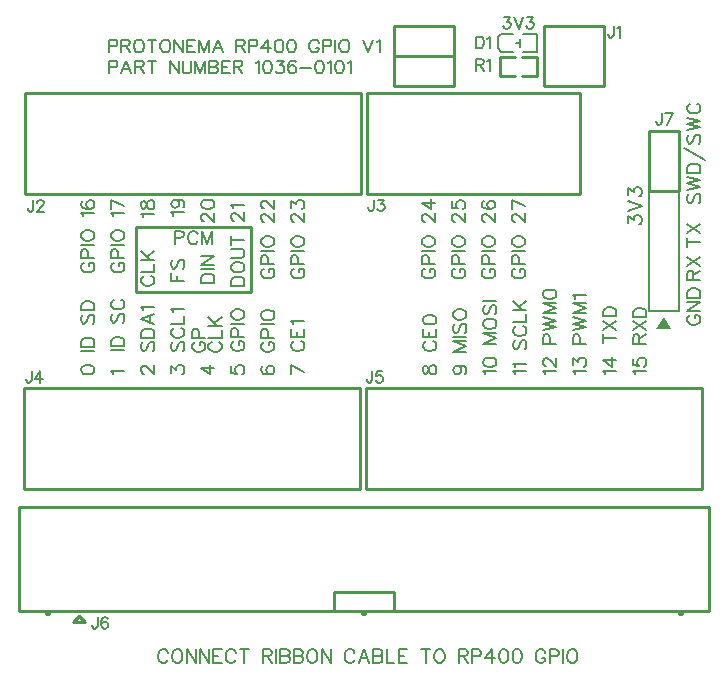
<source format=gto>
G04 Layer: TopSilkscreenLayer*
G04 EasyEDA v6.5.32, 2023-07-25 15:13:50*
G04 a282f81a537d4805a8fc574f192bbdcb,5a6b42c53f6a479593ecc07194224c93,10*
G04 Gerber Generator version 0.2*
G04 Scale: 100 percent, Rotated: No, Reflected: No *
G04 Dimensions in millimeters *
G04 leading zeros omitted , absolute positions ,4 integer and 5 decimal *
%FSLAX45Y45*%
%MOMM*%

%ADD10C,0.1524*%
%ADD11C,0.2540*%
%ADD12C,0.2032*%
%ADD13C,0.2030*%
%ADD14C,0.1500*%
%ADD15C,0.0135*%

%LPD*%
D10*
X121665Y4241037D02*
G01*
X121665Y4168394D01*
X117094Y4154678D01*
X112521Y4150105D01*
X103378Y4145534D01*
X94487Y4145534D01*
X85344Y4150105D01*
X80771Y4154678D01*
X76200Y4168394D01*
X76200Y4177537D01*
X156210Y4218431D02*
G01*
X156210Y4223004D01*
X160781Y4231894D01*
X165354Y4236465D01*
X174497Y4241037D01*
X192531Y4241037D01*
X201676Y4236465D01*
X206247Y4231894D01*
X210820Y4223004D01*
X210820Y4213860D01*
X206247Y4204715D01*
X197104Y4191000D01*
X151637Y4145534D01*
X215392Y4145534D01*
X108457Y2793237D02*
G01*
X108457Y2720594D01*
X103886Y2706878D01*
X99313Y2702305D01*
X90170Y2697734D01*
X81279Y2697734D01*
X72136Y2702305D01*
X67563Y2706878D01*
X62992Y2720594D01*
X62992Y2729737D01*
X183895Y2793237D02*
G01*
X138429Y2729737D01*
X206755Y2729737D01*
X183895Y2793237D02*
G01*
X183895Y2697734D01*
X2991358Y2793237D02*
G01*
X2991358Y2720594D01*
X2986786Y2706878D01*
X2982213Y2702305D01*
X2973070Y2697734D01*
X2964179Y2697734D01*
X2955036Y2702305D01*
X2950463Y2706878D01*
X2945891Y2720594D01*
X2945891Y2729737D01*
X3075940Y2793237D02*
G01*
X3030474Y2793237D01*
X3025902Y2752344D01*
X3030474Y2756915D01*
X3044190Y2761487D01*
X3057652Y2761487D01*
X3071368Y2756915D01*
X3080511Y2747771D01*
X3085084Y2734310D01*
X3085084Y2725165D01*
X3080511Y2711450D01*
X3071368Y2702305D01*
X3057652Y2697734D01*
X3044190Y2697734D01*
X3030474Y2702305D01*
X3025902Y2706878D01*
X3021329Y2716021D01*
X5673852Y4292854D02*
G01*
X5662929Y4281931D01*
X5657341Y4265421D01*
X5657341Y4243578D01*
X5662929Y4227321D01*
X5673852Y4216400D01*
X5684774Y4216400D01*
X5695695Y4221734D01*
X5701029Y4227321D01*
X5706618Y4238244D01*
X5717286Y4271010D01*
X5722874Y4281931D01*
X5728208Y4287265D01*
X5739129Y4292854D01*
X5755640Y4292854D01*
X5766561Y4281931D01*
X5771895Y4265421D01*
X5771895Y4243578D01*
X5766561Y4227321D01*
X5755640Y4216400D01*
X5657341Y4328668D02*
G01*
X5771895Y4356100D01*
X5657341Y4383278D02*
G01*
X5771895Y4356100D01*
X5657341Y4383278D02*
G01*
X5771895Y4410455D01*
X5657341Y4437887D02*
G01*
X5771895Y4410455D01*
X5657341Y4473955D02*
G01*
X5771895Y4473955D01*
X5657341Y4473955D02*
G01*
X5657341Y4512055D01*
X5662929Y4528312D01*
X5673852Y4539234D01*
X5684774Y4544821D01*
X5701029Y4550155D01*
X5728208Y4550155D01*
X5744718Y4544821D01*
X5755640Y4539234D01*
X5766561Y4528312D01*
X5771895Y4512055D01*
X5771895Y4473955D01*
X5635497Y4684521D02*
G01*
X5810250Y4586223D01*
X5673852Y4796789D02*
G01*
X5662929Y4785868D01*
X5657341Y4769612D01*
X5657341Y4747768D01*
X5662929Y4731257D01*
X5673852Y4720336D01*
X5684774Y4720336D01*
X5695695Y4725923D01*
X5701029Y4731257D01*
X5706618Y4742179D01*
X5717286Y4774945D01*
X5722874Y4785868D01*
X5728208Y4791202D01*
X5739129Y4796789D01*
X5755640Y4796789D01*
X5766561Y4785868D01*
X5771895Y4769612D01*
X5771895Y4747768D01*
X5766561Y4731257D01*
X5755640Y4720336D01*
X5657341Y4832857D02*
G01*
X5771895Y4860036D01*
X5657341Y4887213D02*
G01*
X5771895Y4860036D01*
X5657341Y4887213D02*
G01*
X5771895Y4914645D01*
X5657341Y4941823D02*
G01*
X5771895Y4914645D01*
X5684774Y5059679D02*
G01*
X5673852Y5054092D01*
X5662929Y5043423D01*
X5657341Y5032502D01*
X5657341Y5010657D01*
X5662929Y4999736D01*
X5673852Y4988813D01*
X5684774Y4983226D01*
X5701029Y4977892D01*
X5728208Y4977892D01*
X5744718Y4983226D01*
X5755640Y4988813D01*
X5766561Y4999736D01*
X5771895Y5010657D01*
X5771895Y5032502D01*
X5766561Y5043423D01*
X5755640Y5054092D01*
X5744718Y5059679D01*
X5657341Y3886200D02*
G01*
X5771895Y3886200D01*
X5657341Y3848100D02*
G01*
X5657341Y3924554D01*
X5657341Y3960368D02*
G01*
X5771895Y4036821D01*
X5657341Y4036821D02*
G01*
X5771895Y3960368D01*
X5657341Y3568700D02*
G01*
X5771895Y3568700D01*
X5657341Y3568700D02*
G01*
X5657341Y3617721D01*
X5662929Y3634231D01*
X5668263Y3639565D01*
X5679186Y3645154D01*
X5690108Y3645154D01*
X5701029Y3639565D01*
X5706618Y3634231D01*
X5711952Y3617721D01*
X5711952Y3568700D01*
X5711952Y3606800D02*
G01*
X5771895Y3645154D01*
X5657341Y3680968D02*
G01*
X5771895Y3757421D01*
X5657341Y3757421D02*
G01*
X5771895Y3680968D01*
X762000Y5423915D02*
G01*
X762000Y5314950D01*
X762000Y5423915D02*
G01*
X808736Y5423915D01*
X824229Y5418836D01*
X829563Y5413502D01*
X834644Y5403087D01*
X834644Y5387594D01*
X829563Y5377179D01*
X824229Y5372100D01*
X808736Y5366765D01*
X762000Y5366765D01*
X910589Y5423915D02*
G01*
X868934Y5314950D01*
X910589Y5423915D02*
G01*
X952245Y5314950D01*
X884681Y5351271D02*
G01*
X936497Y5351271D01*
X986536Y5423915D02*
G01*
X986536Y5314950D01*
X986536Y5423915D02*
G01*
X1033271Y5423915D01*
X1048765Y5418836D01*
X1054100Y5413502D01*
X1059179Y5403087D01*
X1059179Y5392673D01*
X1054100Y5382260D01*
X1048765Y5377179D01*
X1033271Y5372100D01*
X986536Y5372100D01*
X1022857Y5372100D02*
G01*
X1059179Y5314950D01*
X1129792Y5423915D02*
G01*
X1129792Y5314950D01*
X1093470Y5423915D02*
G01*
X1166113Y5423915D01*
X1280413Y5423915D02*
G01*
X1280413Y5314950D01*
X1280413Y5423915D02*
G01*
X1353312Y5314950D01*
X1353312Y5423915D02*
G01*
X1353312Y5314950D01*
X1387602Y5423915D02*
G01*
X1387602Y5345937D01*
X1392681Y5330444D01*
X1403095Y5320029D01*
X1418589Y5314950D01*
X1429004Y5314950D01*
X1444752Y5320029D01*
X1455165Y5330444D01*
X1460245Y5345937D01*
X1460245Y5423915D01*
X1494536Y5423915D02*
G01*
X1494536Y5314950D01*
X1494536Y5423915D02*
G01*
X1536192Y5314950D01*
X1577594Y5423915D02*
G01*
X1536192Y5314950D01*
X1577594Y5423915D02*
G01*
X1577594Y5314950D01*
X1611884Y5423915D02*
G01*
X1611884Y5314950D01*
X1611884Y5423915D02*
G01*
X1658620Y5423915D01*
X1674368Y5418836D01*
X1679447Y5413502D01*
X1684781Y5403087D01*
X1684781Y5392673D01*
X1679447Y5382260D01*
X1674368Y5377179D01*
X1658620Y5372100D01*
X1611884Y5372100D02*
G01*
X1658620Y5372100D01*
X1674368Y5366765D01*
X1679447Y5361686D01*
X1684781Y5351271D01*
X1684781Y5335523D01*
X1679447Y5325110D01*
X1674368Y5320029D01*
X1658620Y5314950D01*
X1611884Y5314950D01*
X1719071Y5423915D02*
G01*
X1719071Y5314950D01*
X1719071Y5423915D02*
G01*
X1786636Y5423915D01*
X1719071Y5372100D02*
G01*
X1760473Y5372100D01*
X1719071Y5314950D02*
G01*
X1786636Y5314950D01*
X1820926Y5423915D02*
G01*
X1820926Y5314950D01*
X1820926Y5423915D02*
G01*
X1867662Y5423915D01*
X1883155Y5418836D01*
X1888489Y5413502D01*
X1893570Y5403087D01*
X1893570Y5392673D01*
X1888489Y5382260D01*
X1883155Y5377179D01*
X1867662Y5372100D01*
X1820926Y5372100D01*
X1857247Y5372100D02*
G01*
X1893570Y5314950D01*
X2007870Y5403087D02*
G01*
X2018284Y5408421D01*
X2033777Y5423915D01*
X2033777Y5314950D01*
X2099309Y5423915D02*
G01*
X2083815Y5418836D01*
X2073402Y5403087D01*
X2068068Y5377179D01*
X2068068Y5361686D01*
X2073402Y5335523D01*
X2083815Y5320029D01*
X2099309Y5314950D01*
X2109724Y5314950D01*
X2125218Y5320029D01*
X2135631Y5335523D01*
X2140965Y5361686D01*
X2140965Y5377179D01*
X2135631Y5403087D01*
X2125218Y5418836D01*
X2109724Y5423915D01*
X2099309Y5423915D01*
X2185670Y5423915D02*
G01*
X2242820Y5423915D01*
X2211577Y5382260D01*
X2227072Y5382260D01*
X2237486Y5377179D01*
X2242820Y5372100D01*
X2247900Y5356352D01*
X2247900Y5345937D01*
X2242820Y5330444D01*
X2232406Y5320029D01*
X2216658Y5314950D01*
X2201163Y5314950D01*
X2185670Y5320029D01*
X2180336Y5325110D01*
X2175256Y5335523D01*
X2344420Y5408421D02*
G01*
X2339340Y5418836D01*
X2323845Y5423915D01*
X2313431Y5423915D01*
X2297684Y5418836D01*
X2287270Y5403087D01*
X2282190Y5377179D01*
X2282190Y5351271D01*
X2287270Y5330444D01*
X2297684Y5320029D01*
X2313431Y5314950D01*
X2318511Y5314950D01*
X2334259Y5320029D01*
X2344420Y5330444D01*
X2349754Y5345937D01*
X2349754Y5351271D01*
X2344420Y5366765D01*
X2334259Y5377179D01*
X2318511Y5382260D01*
X2313431Y5382260D01*
X2297684Y5377179D01*
X2287270Y5366765D01*
X2282190Y5351271D01*
X2384043Y5361686D02*
G01*
X2477515Y5361686D01*
X2543047Y5423915D02*
G01*
X2527300Y5418836D01*
X2517140Y5403087D01*
X2511806Y5377179D01*
X2511806Y5361686D01*
X2517140Y5335523D01*
X2527300Y5320029D01*
X2543047Y5314950D01*
X2553461Y5314950D01*
X2568956Y5320029D01*
X2579370Y5335523D01*
X2584450Y5361686D01*
X2584450Y5377179D01*
X2579370Y5403087D01*
X2568956Y5418836D01*
X2553461Y5423915D01*
X2543047Y5423915D01*
X2618740Y5403087D02*
G01*
X2629154Y5408421D01*
X2644902Y5423915D01*
X2644902Y5314950D01*
X2710179Y5423915D02*
G01*
X2694686Y5418836D01*
X2684272Y5403087D01*
X2679191Y5377179D01*
X2679191Y5361686D01*
X2684272Y5335523D01*
X2694686Y5320029D01*
X2710179Y5314950D01*
X2720593Y5314950D01*
X2736341Y5320029D01*
X2746756Y5335523D01*
X2751836Y5361686D01*
X2751836Y5377179D01*
X2746756Y5403087D01*
X2736341Y5418836D01*
X2720593Y5423915D01*
X2710179Y5423915D01*
X2786125Y5403087D02*
G01*
X2796540Y5408421D01*
X2812034Y5423915D01*
X2812034Y5314950D01*
X762000Y5601715D02*
G01*
X762000Y5492750D01*
X762000Y5601715D02*
G01*
X808736Y5601715D01*
X824229Y5596636D01*
X829563Y5591302D01*
X834644Y5580887D01*
X834644Y5565394D01*
X829563Y5554979D01*
X824229Y5549900D01*
X808736Y5544565D01*
X762000Y5544565D01*
X868934Y5601715D02*
G01*
X868934Y5492750D01*
X868934Y5601715D02*
G01*
X915670Y5601715D01*
X931418Y5596636D01*
X936497Y5591302D01*
X941831Y5580887D01*
X941831Y5570473D01*
X936497Y5560060D01*
X931418Y5554979D01*
X915670Y5549900D01*
X868934Y5549900D01*
X905510Y5549900D02*
G01*
X941831Y5492750D01*
X1007110Y5601715D02*
G01*
X996950Y5596636D01*
X986536Y5586221D01*
X981202Y5575807D01*
X976121Y5560060D01*
X976121Y5534152D01*
X981202Y5518657D01*
X986536Y5508244D01*
X996950Y5497829D01*
X1007110Y5492750D01*
X1027937Y5492750D01*
X1038352Y5497829D01*
X1048765Y5508244D01*
X1054100Y5518657D01*
X1059179Y5534152D01*
X1059179Y5560060D01*
X1054100Y5575807D01*
X1048765Y5586221D01*
X1038352Y5596636D01*
X1027937Y5601715D01*
X1007110Y5601715D01*
X1129792Y5601715D02*
G01*
X1129792Y5492750D01*
X1093470Y5601715D02*
G01*
X1166113Y5601715D01*
X1231645Y5601715D02*
G01*
X1221231Y5596636D01*
X1210818Y5586221D01*
X1205737Y5575807D01*
X1200404Y5560060D01*
X1200404Y5534152D01*
X1205737Y5518657D01*
X1210818Y5508244D01*
X1221231Y5497829D01*
X1231645Y5492750D01*
X1252473Y5492750D01*
X1262887Y5497829D01*
X1273302Y5508244D01*
X1278381Y5518657D01*
X1283715Y5534152D01*
X1283715Y5560060D01*
X1278381Y5575807D01*
X1273302Y5586221D01*
X1262887Y5596636D01*
X1252473Y5601715D01*
X1231645Y5601715D01*
X1318005Y5601715D02*
G01*
X1318005Y5492750D01*
X1318005Y5601715D02*
G01*
X1390650Y5492750D01*
X1390650Y5601715D02*
G01*
X1390650Y5492750D01*
X1424939Y5601715D02*
G01*
X1424939Y5492750D01*
X1424939Y5601715D02*
G01*
X1492504Y5601715D01*
X1424939Y5549900D02*
G01*
X1466595Y5549900D01*
X1424939Y5492750D02*
G01*
X1492504Y5492750D01*
X1526794Y5601715D02*
G01*
X1526794Y5492750D01*
X1526794Y5601715D02*
G01*
X1568450Y5492750D01*
X1609852Y5601715D02*
G01*
X1568450Y5492750D01*
X1609852Y5601715D02*
G01*
X1609852Y5492750D01*
X1685797Y5601715D02*
G01*
X1644142Y5492750D01*
X1685797Y5601715D02*
G01*
X1727200Y5492750D01*
X1659889Y5529071D02*
G01*
X1711705Y5529071D01*
X1841500Y5601715D02*
G01*
X1841500Y5492750D01*
X1841500Y5601715D02*
G01*
X1888489Y5601715D01*
X1903984Y5596636D01*
X1909063Y5591302D01*
X1914397Y5580887D01*
X1914397Y5570473D01*
X1909063Y5560060D01*
X1903984Y5554979D01*
X1888489Y5549900D01*
X1841500Y5549900D01*
X1878076Y5549900D02*
G01*
X1914397Y5492750D01*
X1948688Y5601715D02*
G01*
X1948688Y5492750D01*
X1948688Y5601715D02*
G01*
X1995424Y5601715D01*
X2010918Y5596636D01*
X2016252Y5591302D01*
X2021331Y5580887D01*
X2021331Y5565394D01*
X2016252Y5554979D01*
X2010918Y5549900D01*
X1995424Y5544565D01*
X1948688Y5544565D01*
X2107691Y5601715D02*
G01*
X2055622Y5529071D01*
X2133600Y5529071D01*
X2107691Y5601715D02*
G01*
X2107691Y5492750D01*
X2199131Y5601715D02*
G01*
X2183384Y5596636D01*
X2172970Y5580887D01*
X2167890Y5554979D01*
X2167890Y5539486D01*
X2172970Y5513323D01*
X2183384Y5497829D01*
X2199131Y5492750D01*
X2209545Y5492750D01*
X2225040Y5497829D01*
X2235454Y5513323D01*
X2240534Y5539486D01*
X2240534Y5554979D01*
X2235454Y5580887D01*
X2225040Y5596636D01*
X2209545Y5601715D01*
X2199131Y5601715D01*
X2306065Y5601715D02*
G01*
X2290572Y5596636D01*
X2280158Y5580887D01*
X2274824Y5554979D01*
X2274824Y5539486D01*
X2280158Y5513323D01*
X2290572Y5497829D01*
X2306065Y5492750D01*
X2316479Y5492750D01*
X2331974Y5497829D01*
X2342388Y5513323D01*
X2347722Y5539486D01*
X2347722Y5554979D01*
X2342388Y5580887D01*
X2331974Y5596636D01*
X2316479Y5601715D01*
X2306065Y5601715D01*
X2540000Y5575807D02*
G01*
X2534665Y5586221D01*
X2524252Y5596636D01*
X2513838Y5601715D01*
X2493009Y5601715D01*
X2482850Y5596636D01*
X2472436Y5586221D01*
X2467102Y5575807D01*
X2462022Y5560060D01*
X2462022Y5534152D01*
X2467102Y5518657D01*
X2472436Y5508244D01*
X2482850Y5497829D01*
X2493009Y5492750D01*
X2513838Y5492750D01*
X2524252Y5497829D01*
X2534665Y5508244D01*
X2540000Y5518657D01*
X2540000Y5534152D01*
X2513838Y5534152D02*
G01*
X2540000Y5534152D01*
X2574290Y5601715D02*
G01*
X2574290Y5492750D01*
X2574290Y5601715D02*
G01*
X2621025Y5601715D01*
X2636520Y5596636D01*
X2641600Y5591302D01*
X2646934Y5580887D01*
X2646934Y5565394D01*
X2641600Y5554979D01*
X2636520Y5549900D01*
X2621025Y5544565D01*
X2574290Y5544565D01*
X2681224Y5601715D02*
G01*
X2681224Y5492750D01*
X2746756Y5601715D02*
G01*
X2736341Y5596636D01*
X2725927Y5586221D01*
X2720593Y5575807D01*
X2715513Y5560060D01*
X2715513Y5534152D01*
X2720593Y5518657D01*
X2725927Y5508244D01*
X2736341Y5497829D01*
X2746756Y5492750D01*
X2767329Y5492750D01*
X2777743Y5497829D01*
X2788158Y5508244D01*
X2793491Y5518657D01*
X2798572Y5534152D01*
X2798572Y5560060D01*
X2793491Y5575807D01*
X2788158Y5586221D01*
X2777743Y5596636D01*
X2767329Y5601715D01*
X2746756Y5601715D01*
X2912872Y5601715D02*
G01*
X2954527Y5492750D01*
X2995929Y5601715D02*
G01*
X2954527Y5492750D01*
X3030220Y5580887D02*
G01*
X3040634Y5586221D01*
X3056381Y5601715D01*
X3056381Y5492750D01*
X4111243Y5790437D02*
G01*
X4161281Y5790437D01*
X4133850Y5754115D01*
X4147565Y5754115D01*
X4156709Y5749544D01*
X4161281Y5744971D01*
X4165854Y5731510D01*
X4165854Y5722365D01*
X4161281Y5708650D01*
X4152138Y5699505D01*
X4138422Y5694934D01*
X4124706Y5694934D01*
X4111243Y5699505D01*
X4106672Y5704078D01*
X4102100Y5713221D01*
X4195825Y5790437D02*
G01*
X4232147Y5694934D01*
X4268470Y5790437D02*
G01*
X4232147Y5694934D01*
X4307586Y5790437D02*
G01*
X4357624Y5790437D01*
X4330191Y5754115D01*
X4343908Y5754115D01*
X4353052Y5749544D01*
X4357624Y5744971D01*
X4362195Y5731510D01*
X4362195Y5722365D01*
X4357624Y5708650D01*
X4348479Y5699505D01*
X4334763Y5694934D01*
X4321302Y5694934D01*
X4307586Y5699505D01*
X4303013Y5704078D01*
X4298441Y5713221D01*
X5684774Y3269487D02*
G01*
X5673852Y3264154D01*
X5662929Y3253231D01*
X5657341Y3242310D01*
X5657341Y3220465D01*
X5662929Y3209544D01*
X5673852Y3198621D01*
X5684774Y3193034D01*
X5701029Y3187700D01*
X5728208Y3187700D01*
X5744718Y3193034D01*
X5755640Y3198621D01*
X5766561Y3209544D01*
X5771895Y3220465D01*
X5771895Y3242310D01*
X5766561Y3253231D01*
X5755640Y3264154D01*
X5744718Y3269487D01*
X5728208Y3269487D01*
X5728208Y3242310D02*
G01*
X5728208Y3269487D01*
X5657341Y3305555D02*
G01*
X5771895Y3305555D01*
X5657341Y3305555D02*
G01*
X5771895Y3381755D01*
X5657341Y3381755D02*
G01*
X5771895Y3381755D01*
X5657341Y3417823D02*
G01*
X5771895Y3417823D01*
X5657341Y3417823D02*
G01*
X5657341Y3456178D01*
X5662929Y3472434D01*
X5673852Y3483355D01*
X5684774Y3488689D01*
X5701029Y3494278D01*
X5728208Y3494278D01*
X5744718Y3488689D01*
X5755640Y3483355D01*
X5766561Y3472434D01*
X5771895Y3456178D01*
X5771895Y3417823D01*
X802386Y2768600D02*
G01*
X797052Y2779521D01*
X780542Y2795778D01*
X895095Y2795778D01*
X1061973Y2773934D02*
G01*
X1056386Y2773934D01*
X1045463Y2779521D01*
X1040129Y2784855D01*
X1034542Y2795778D01*
X1034542Y2817621D01*
X1040129Y2828544D01*
X1045463Y2834131D01*
X1056386Y2839465D01*
X1067307Y2839465D01*
X1078229Y2834131D01*
X1094486Y2823210D01*
X1149095Y2768600D01*
X1149095Y2845054D01*
X1051052Y3041395D02*
G01*
X1040129Y3030473D01*
X1034542Y3013963D01*
X1034542Y2992120D01*
X1040129Y2975863D01*
X1051052Y2964942D01*
X1061973Y2964942D01*
X1072895Y2970529D01*
X1078229Y2975863D01*
X1083818Y2986786D01*
X1094486Y3019552D01*
X1100073Y3030473D01*
X1105407Y3035807D01*
X1116329Y3041395D01*
X1132839Y3041395D01*
X1143762Y3030473D01*
X1149095Y3013963D01*
X1149095Y2992120D01*
X1143762Y2975863D01*
X1132839Y2964942D01*
X1034542Y3077210D02*
G01*
X1149095Y3077210D01*
X1034542Y3077210D02*
G01*
X1034542Y3115563D01*
X1040129Y3131820D01*
X1051052Y3142742D01*
X1061973Y3148329D01*
X1078229Y3153663D01*
X1105407Y3153663D01*
X1121918Y3148329D01*
X1132839Y3142742D01*
X1143762Y3131820D01*
X1149095Y3115563D01*
X1149095Y3077210D01*
X1034542Y3233420D02*
G01*
X1149095Y3189731D01*
X1034542Y3233420D02*
G01*
X1149095Y3276854D01*
X1110995Y3205987D02*
G01*
X1110995Y3260597D01*
X1056386Y3312921D02*
G01*
X1051052Y3323844D01*
X1034542Y3340354D01*
X1149095Y3340354D01*
X1288542Y2779521D02*
G01*
X1288542Y2839465D01*
X1332229Y2806700D01*
X1332229Y2823210D01*
X1337818Y2834131D01*
X1343152Y2839465D01*
X1359407Y2845054D01*
X1370329Y2845054D01*
X1386839Y2839465D01*
X1397762Y2828544D01*
X1403095Y2812287D01*
X1403095Y2795778D01*
X1397762Y2779521D01*
X1392173Y2773934D01*
X1381252Y2768600D01*
X1305052Y3041395D02*
G01*
X1294129Y3030473D01*
X1288542Y3013963D01*
X1288542Y2992120D01*
X1294129Y2975863D01*
X1305052Y2964942D01*
X1315973Y2964942D01*
X1326895Y2970529D01*
X1332229Y2975863D01*
X1337818Y2986786D01*
X1348486Y3019552D01*
X1354073Y3030473D01*
X1359407Y3035807D01*
X1370329Y3041395D01*
X1386839Y3041395D01*
X1397762Y3030473D01*
X1403095Y3013963D01*
X1403095Y2992120D01*
X1397762Y2975863D01*
X1386839Y2964942D01*
X1315973Y3159252D02*
G01*
X1305052Y3153663D01*
X1294129Y3142742D01*
X1288542Y3131820D01*
X1288542Y3109976D01*
X1294129Y3099054D01*
X1305052Y3088131D01*
X1315973Y3082797D01*
X1332229Y3077210D01*
X1359407Y3077210D01*
X1375918Y3082797D01*
X1386839Y3088131D01*
X1397762Y3099054D01*
X1403095Y3109976D01*
X1403095Y3131820D01*
X1397762Y3142742D01*
X1386839Y3153663D01*
X1375918Y3159252D01*
X1288542Y3195065D02*
G01*
X1403095Y3195065D01*
X1403095Y3195065D02*
G01*
X1403095Y3260597D01*
X1310386Y3296665D02*
G01*
X1305052Y3307587D01*
X1288542Y3323844D01*
X1403095Y3323844D01*
X1542542Y2823210D02*
G01*
X1618995Y2768600D01*
X1618995Y2850387D01*
X1542542Y2823210D02*
G01*
X1657095Y2823210D01*
X3005836Y4245610D02*
G01*
X3005836Y4172965D01*
X3001263Y4159250D01*
X2996691Y4154678D01*
X2987547Y4150105D01*
X2978404Y4150105D01*
X2969259Y4154678D01*
X2964941Y4159250D01*
X2960370Y4172965D01*
X2960370Y4182110D01*
X3044952Y4245610D02*
G01*
X3094736Y4245610D01*
X3067558Y4209287D01*
X3081274Y4209287D01*
X3090418Y4204715D01*
X3094736Y4200144D01*
X3099308Y4186681D01*
X3099308Y4177537D01*
X3094736Y4163821D01*
X3085845Y4154678D01*
X3072129Y4150105D01*
X3058413Y4150105D01*
X3044952Y4154678D01*
X3040379Y4159250D01*
X3035808Y4168394D01*
X526542Y2801365D02*
G01*
X532129Y2784855D01*
X548386Y2773934D01*
X575818Y2768600D01*
X592073Y2768600D01*
X619252Y2773934D01*
X635762Y2784855D01*
X641095Y2801365D01*
X641095Y2812287D01*
X635762Y2828544D01*
X619252Y2839465D01*
X592073Y2845054D01*
X575818Y2845054D01*
X548386Y2839465D01*
X532129Y2828544D01*
X526542Y2812287D01*
X526542Y2801365D01*
X526542Y2964942D02*
G01*
X641095Y2964942D01*
X526542Y3001010D02*
G01*
X641095Y3001010D01*
X526542Y3001010D02*
G01*
X526542Y3039110D01*
X532129Y3055620D01*
X543052Y3066542D01*
X553973Y3071876D01*
X570229Y3077210D01*
X597407Y3077210D01*
X613918Y3071876D01*
X624839Y3066542D01*
X635762Y3055620D01*
X641095Y3039110D01*
X641095Y3001010D01*
X543052Y3273805D02*
G01*
X532129Y3262884D01*
X526542Y3246373D01*
X526542Y3224529D01*
X532129Y3208273D01*
X543052Y3197352D01*
X553973Y3197352D01*
X564895Y3202686D01*
X570229Y3208273D01*
X575818Y3219195D01*
X586486Y3251962D01*
X592073Y3262884D01*
X597407Y3268218D01*
X608329Y3273805D01*
X624839Y3273805D01*
X635762Y3262884D01*
X641095Y3246373D01*
X641095Y3224529D01*
X635762Y3208273D01*
X624839Y3197352D01*
X526542Y3309620D02*
G01*
X641095Y3309620D01*
X526542Y3309620D02*
G01*
X526542Y3347973D01*
X532129Y3364229D01*
X543052Y3375152D01*
X553973Y3380486D01*
X570229Y3386073D01*
X597407Y3386073D01*
X613918Y3380486D01*
X624839Y3375152D01*
X635762Y3364229D01*
X641095Y3347973D01*
X641095Y3309620D01*
X1796542Y2834131D02*
G01*
X1796542Y2779521D01*
X1845818Y2773934D01*
X1840229Y2779521D01*
X1834895Y2795778D01*
X1834895Y2812287D01*
X1840229Y2828544D01*
X1851152Y2839465D01*
X1867407Y2845054D01*
X1878329Y2845054D01*
X1894839Y2839465D01*
X1905762Y2828544D01*
X1911095Y2812287D01*
X1911095Y2795778D01*
X1905762Y2779521D01*
X1900173Y2773934D01*
X1889252Y2768600D01*
X1823973Y3046729D02*
G01*
X1813052Y3041395D01*
X1802129Y3030473D01*
X1796542Y3019552D01*
X1796542Y2997707D01*
X1802129Y2986786D01*
X1813052Y2975863D01*
X1823973Y2970529D01*
X1840229Y2964942D01*
X1867407Y2964942D01*
X1883918Y2970529D01*
X1894839Y2975863D01*
X1905762Y2986786D01*
X1911095Y2997707D01*
X1911095Y3019552D01*
X1905762Y3030473D01*
X1894839Y3041395D01*
X1883918Y3046729D01*
X1867407Y3046729D01*
X1867407Y3019552D02*
G01*
X1867407Y3046729D01*
X1796542Y3082797D02*
G01*
X1911095Y3082797D01*
X1796542Y3082797D02*
G01*
X1796542Y3131820D01*
X1802129Y3148329D01*
X1807463Y3153663D01*
X1818386Y3159252D01*
X1834895Y3159252D01*
X1845818Y3153663D01*
X1851152Y3148329D01*
X1856486Y3131820D01*
X1856486Y3082797D01*
X1796542Y3195065D02*
G01*
X1911095Y3195065D01*
X1796542Y3263900D02*
G01*
X1802129Y3252978D01*
X1813052Y3242055D01*
X1823973Y3236721D01*
X1840229Y3231134D01*
X1867407Y3231134D01*
X1883918Y3236721D01*
X1894839Y3242055D01*
X1905762Y3252978D01*
X1911095Y3263900D01*
X1911095Y3285744D01*
X1905762Y3296665D01*
X1894839Y3307587D01*
X1883918Y3312921D01*
X1867407Y3318510D01*
X1840229Y3318510D01*
X1823973Y3312921D01*
X1813052Y3307587D01*
X1802129Y3296665D01*
X1796542Y3285744D01*
X1796542Y3263900D01*
X2067052Y2834131D02*
G01*
X2056129Y2828544D01*
X2050541Y2812287D01*
X2050541Y2801365D01*
X2056129Y2784855D01*
X2072386Y2773934D01*
X2099818Y2768600D01*
X2126995Y2768600D01*
X2148840Y2773934D01*
X2159761Y2784855D01*
X2165095Y2801365D01*
X2165095Y2806700D01*
X2159761Y2823210D01*
X2148840Y2834131D01*
X2132329Y2839465D01*
X2126995Y2839465D01*
X2110486Y2834131D01*
X2099818Y2823210D01*
X2094229Y2806700D01*
X2094229Y2801365D01*
X2099818Y2784855D01*
X2110486Y2773934D01*
X2126995Y2768600D01*
X2077974Y3041395D02*
G01*
X2067052Y3035807D01*
X2056129Y3024886D01*
X2050541Y3013963D01*
X2050541Y2992120D01*
X2056129Y2981452D01*
X2067052Y2970529D01*
X2077974Y2964942D01*
X2094229Y2959607D01*
X2121408Y2959607D01*
X2137918Y2964942D01*
X2148840Y2970529D01*
X2159761Y2981452D01*
X2165095Y2992120D01*
X2165095Y3013963D01*
X2159761Y3024886D01*
X2148840Y3035807D01*
X2137918Y3041395D01*
X2121408Y3041395D01*
X2121408Y3013963D02*
G01*
X2121408Y3041395D01*
X2050541Y3077210D02*
G01*
X2165095Y3077210D01*
X2050541Y3077210D02*
G01*
X2050541Y3126486D01*
X2056129Y3142742D01*
X2061463Y3148329D01*
X2072386Y3153663D01*
X2088895Y3153663D01*
X2099818Y3148329D01*
X2105152Y3142742D01*
X2110486Y3126486D01*
X2110486Y3077210D01*
X2050541Y3189731D02*
G01*
X2165095Y3189731D01*
X2050541Y3258312D02*
G01*
X2056129Y3247389D01*
X2067052Y3236721D01*
X2077974Y3231134D01*
X2094229Y3225800D01*
X2121408Y3225800D01*
X2137918Y3231134D01*
X2148840Y3236721D01*
X2159761Y3247389D01*
X2165095Y3258312D01*
X2165095Y3280155D01*
X2159761Y3291078D01*
X2148840Y3302000D01*
X2137918Y3307587D01*
X2121408Y3312921D01*
X2094229Y3312921D01*
X2077974Y3307587D01*
X2067052Y3302000D01*
X2056129Y3291078D01*
X2050541Y3280155D01*
X2050541Y3258312D01*
X2304541Y2845054D02*
G01*
X2419095Y2790444D01*
X2304541Y2768600D02*
G01*
X2304541Y2845054D01*
X2331974Y3046729D02*
G01*
X2321052Y3041395D01*
X2310129Y3030473D01*
X2304541Y3019552D01*
X2304541Y2997707D01*
X2310129Y2986786D01*
X2321052Y2975863D01*
X2331974Y2970529D01*
X2348229Y2964942D01*
X2375408Y2964942D01*
X2391918Y2970529D01*
X2402840Y2975863D01*
X2413761Y2986786D01*
X2419095Y2997707D01*
X2419095Y3019552D01*
X2413761Y3030473D01*
X2402840Y3041395D01*
X2391918Y3046729D01*
X2304541Y3082797D02*
G01*
X2419095Y3082797D01*
X2304541Y3082797D02*
G01*
X2304541Y3153663D01*
X2359152Y3082797D02*
G01*
X2359152Y3126486D01*
X2419095Y3082797D02*
G01*
X2419095Y3153663D01*
X2326386Y3189731D02*
G01*
X2321052Y3200654D01*
X2304541Y3216910D01*
X2419095Y3216910D01*
X3422141Y2795778D02*
G01*
X3427729Y2779521D01*
X3438652Y2773934D01*
X3449574Y2773934D01*
X3460495Y2779521D01*
X3465829Y2790444D01*
X3471418Y2812287D01*
X3476752Y2828544D01*
X3487674Y2839465D01*
X3498595Y2845054D01*
X3514852Y2845054D01*
X3525774Y2839465D01*
X3531361Y2834131D01*
X3536695Y2817621D01*
X3536695Y2795778D01*
X3531361Y2779521D01*
X3525774Y2773934D01*
X3514852Y2768600D01*
X3498595Y2768600D01*
X3487674Y2773934D01*
X3476752Y2784855D01*
X3471418Y2801365D01*
X3465829Y2823210D01*
X3460495Y2834131D01*
X3449574Y2839465D01*
X3438652Y2839465D01*
X3427729Y2834131D01*
X3422141Y2817621D01*
X3422141Y2795778D01*
X3449574Y3046729D02*
G01*
X3438652Y3041395D01*
X3427729Y3030473D01*
X3422141Y3019552D01*
X3422141Y2997707D01*
X3427729Y2986786D01*
X3438652Y2975863D01*
X3449574Y2970529D01*
X3465829Y2964942D01*
X3493008Y2964942D01*
X3509518Y2970529D01*
X3520440Y2975863D01*
X3531361Y2986786D01*
X3536695Y2997707D01*
X3536695Y3019552D01*
X3531361Y3030473D01*
X3520440Y3041395D01*
X3509518Y3046729D01*
X3422141Y3082797D02*
G01*
X3536695Y3082797D01*
X3422141Y3082797D02*
G01*
X3422141Y3153663D01*
X3476752Y3082797D02*
G01*
X3476752Y3126486D01*
X3536695Y3082797D02*
G01*
X3536695Y3153663D01*
X3422141Y3222497D02*
G01*
X3427729Y3205987D01*
X3443986Y3195065D01*
X3471418Y3189731D01*
X3487674Y3189731D01*
X3514852Y3195065D01*
X3531361Y3205987D01*
X3536695Y3222497D01*
X3536695Y3233420D01*
X3531361Y3249676D01*
X3514852Y3260597D01*
X3487674Y3265931D01*
X3471418Y3265931D01*
X3443986Y3260597D01*
X3427729Y3249676D01*
X3422141Y3233420D01*
X3422141Y3222497D01*
X3714495Y2839465D02*
G01*
X3730752Y2834131D01*
X3741674Y2823210D01*
X3747008Y2806700D01*
X3747008Y2801365D01*
X3741674Y2784855D01*
X3730752Y2773934D01*
X3714495Y2768600D01*
X3708908Y2768600D01*
X3692652Y2773934D01*
X3681729Y2784855D01*
X3676141Y2801365D01*
X3676141Y2806700D01*
X3681729Y2823210D01*
X3692652Y2834131D01*
X3714495Y2839465D01*
X3741674Y2839465D01*
X3768852Y2834131D01*
X3785361Y2823210D01*
X3790695Y2806700D01*
X3790695Y2795778D01*
X3785361Y2779521D01*
X3774440Y2773934D01*
X3676141Y2959607D02*
G01*
X3790695Y2959607D01*
X3676141Y2959607D02*
G01*
X3790695Y3003042D01*
X3676141Y3046729D02*
G01*
X3790695Y3003042D01*
X3676141Y3046729D02*
G01*
X3790695Y3046729D01*
X3676141Y3082797D02*
G01*
X3790695Y3082797D01*
X3692652Y3195065D02*
G01*
X3681729Y3184144D01*
X3676141Y3167887D01*
X3676141Y3146044D01*
X3681729Y3129787D01*
X3692652Y3118865D01*
X3703574Y3118865D01*
X3714495Y3124200D01*
X3719829Y3129787D01*
X3725418Y3140710D01*
X3736086Y3173221D01*
X3741674Y3184144D01*
X3747008Y3189731D01*
X3757929Y3195065D01*
X3774440Y3195065D01*
X3785361Y3184144D01*
X3790695Y3167887D01*
X3790695Y3146044D01*
X3785361Y3129787D01*
X3774440Y3118865D01*
X3676141Y3263900D02*
G01*
X3681729Y3252978D01*
X3692652Y3242055D01*
X3703574Y3236721D01*
X3719829Y3231134D01*
X3747008Y3231134D01*
X3763518Y3236721D01*
X3774440Y3242055D01*
X3785361Y3252978D01*
X3790695Y3263900D01*
X3790695Y3285744D01*
X3785361Y3296665D01*
X3774440Y3307587D01*
X3763518Y3312921D01*
X3747008Y3318510D01*
X3719829Y3318510D01*
X3703574Y3312921D01*
X3692652Y3307587D01*
X3681729Y3296665D01*
X3676141Y3285744D01*
X3676141Y3263900D01*
X3951986Y2768600D02*
G01*
X3946652Y2779521D01*
X3930141Y2795778D01*
X4044695Y2795778D01*
X3930141Y2864612D02*
G01*
X3935729Y2848355D01*
X3951986Y2837434D01*
X3979418Y2831845D01*
X3995674Y2831845D01*
X4022852Y2837434D01*
X4039361Y2848355D01*
X4044695Y2864612D01*
X4044695Y2875534D01*
X4039361Y2891789D01*
X4022852Y2902712D01*
X3995674Y2908300D01*
X3979418Y2908300D01*
X3951986Y2902712D01*
X3935729Y2891789D01*
X3930141Y2875534D01*
X3930141Y2864612D01*
X3930141Y3028187D02*
G01*
X4044695Y3028187D01*
X3930141Y3028187D02*
G01*
X4044695Y3071876D01*
X3930141Y3115563D02*
G01*
X4044695Y3071876D01*
X3930141Y3115563D02*
G01*
X4044695Y3115563D01*
X3930141Y3184144D02*
G01*
X3935729Y3173221D01*
X3946652Y3162300D01*
X3957574Y3156965D01*
X3973829Y3151631D01*
X4001008Y3151631D01*
X4017518Y3156965D01*
X4028440Y3162300D01*
X4039361Y3173221D01*
X4044695Y3184144D01*
X4044695Y3205987D01*
X4039361Y3216910D01*
X4028440Y3227831D01*
X4017518Y3233420D01*
X4001008Y3238754D01*
X3973829Y3238754D01*
X3957574Y3233420D01*
X3946652Y3227831D01*
X3935729Y3216910D01*
X3930141Y3205987D01*
X3930141Y3184144D01*
X3946652Y3351021D02*
G01*
X3935729Y3340354D01*
X3930141Y3323844D01*
X3930141Y3302000D01*
X3935729Y3285744D01*
X3946652Y3274821D01*
X3957574Y3274821D01*
X3968495Y3280155D01*
X3973829Y3285744D01*
X3979418Y3296665D01*
X3990086Y3329431D01*
X3995674Y3340354D01*
X4001008Y3345687D01*
X4011929Y3351021D01*
X4028440Y3351021D01*
X4039361Y3340354D01*
X4044695Y3323844D01*
X4044695Y3302000D01*
X4039361Y3285744D01*
X4028440Y3274821D01*
X3930141Y3387089D02*
G01*
X4044695Y3387089D01*
X4205986Y2768600D02*
G01*
X4200652Y2779521D01*
X4184141Y2795778D01*
X4298695Y2795778D01*
X4205986Y2831845D02*
G01*
X4200652Y2842768D01*
X4184141Y2859023D01*
X4298695Y2859023D01*
X4200652Y3055620D02*
G01*
X4189729Y3044697D01*
X4184141Y3028187D01*
X4184141Y3006344D01*
X4189729Y2990087D01*
X4200652Y2979165D01*
X4211574Y2979165D01*
X4222495Y2984500D01*
X4227829Y2990087D01*
X4233418Y3001010D01*
X4244086Y3033776D01*
X4249674Y3044697D01*
X4255008Y3050031D01*
X4265929Y3055620D01*
X4282440Y3055620D01*
X4293361Y3044697D01*
X4298695Y3028187D01*
X4298695Y3006344D01*
X4293361Y2990087D01*
X4282440Y2979165D01*
X4211574Y3173221D02*
G01*
X4200652Y3167887D01*
X4189729Y3156965D01*
X4184141Y3146044D01*
X4184141Y3124200D01*
X4189729Y3113278D01*
X4200652Y3102355D01*
X4211574Y3097021D01*
X4227829Y3091434D01*
X4255008Y3091434D01*
X4271518Y3097021D01*
X4282440Y3102355D01*
X4293361Y3113278D01*
X4298695Y3124200D01*
X4298695Y3146044D01*
X4293361Y3156965D01*
X4282440Y3167887D01*
X4271518Y3173221D01*
X4184141Y3209289D02*
G01*
X4298695Y3209289D01*
X4298695Y3209289D02*
G01*
X4298695Y3274821D01*
X4184141Y3310889D02*
G01*
X4298695Y3310889D01*
X4184141Y3387089D02*
G01*
X4260595Y3310889D01*
X4233418Y3338068D02*
G01*
X4298695Y3387089D01*
X4459986Y2768600D02*
G01*
X4454652Y2779521D01*
X4438141Y2795778D01*
X4552695Y2795778D01*
X4465574Y2837434D02*
G01*
X4459986Y2837434D01*
X4449063Y2842768D01*
X4443729Y2848355D01*
X4438141Y2859023D01*
X4438141Y2880868D01*
X4443729Y2891789D01*
X4449063Y2897378D01*
X4459986Y2902712D01*
X4470908Y2902712D01*
X4481829Y2897378D01*
X4498086Y2886455D01*
X4552695Y2831845D01*
X4552695Y2908300D01*
X4438141Y3028187D02*
G01*
X4552695Y3028187D01*
X4438141Y3028187D02*
G01*
X4438141Y3077210D01*
X4443729Y3093720D01*
X4449063Y3099054D01*
X4459986Y3104642D01*
X4476495Y3104642D01*
X4487418Y3099054D01*
X4492752Y3093720D01*
X4498086Y3077210D01*
X4498086Y3028187D01*
X4438141Y3140710D02*
G01*
X4552695Y3167887D01*
X4438141Y3195065D02*
G01*
X4552695Y3167887D01*
X4438141Y3195065D02*
G01*
X4552695Y3222497D01*
X4438141Y3249676D02*
G01*
X4552695Y3222497D01*
X4438141Y3285744D02*
G01*
X4552695Y3285744D01*
X4438141Y3285744D02*
G01*
X4552695Y3329431D01*
X4438141Y3372865D02*
G01*
X4552695Y3329431D01*
X4438141Y3372865D02*
G01*
X4552695Y3372865D01*
X4438141Y3441700D02*
G01*
X4443729Y3425444D01*
X4459986Y3414521D01*
X4487418Y3408934D01*
X4503674Y3408934D01*
X4530852Y3414521D01*
X4547361Y3425444D01*
X4552695Y3441700D01*
X4552695Y3452621D01*
X4547361Y3468878D01*
X4530852Y3479800D01*
X4503674Y3485387D01*
X4487418Y3485387D01*
X4459986Y3479800D01*
X4443729Y3468878D01*
X4438141Y3452621D01*
X4438141Y3441700D01*
X4713986Y2768600D02*
G01*
X4708652Y2779521D01*
X4692141Y2795778D01*
X4806695Y2795778D01*
X4692141Y2842768D02*
G01*
X4692141Y2902712D01*
X4735829Y2869945D01*
X4735829Y2886455D01*
X4741418Y2897378D01*
X4746752Y2902712D01*
X4763008Y2908300D01*
X4773929Y2908300D01*
X4790440Y2902712D01*
X4801361Y2891789D01*
X4806695Y2875534D01*
X4806695Y2859023D01*
X4801361Y2842768D01*
X4795774Y2837434D01*
X4784852Y2831845D01*
X4692141Y3028187D02*
G01*
X4806695Y3028187D01*
X4692141Y3028187D02*
G01*
X4692141Y3077210D01*
X4697729Y3093720D01*
X4703063Y3099054D01*
X4713986Y3104642D01*
X4730495Y3104642D01*
X4741418Y3099054D01*
X4746752Y3093720D01*
X4752086Y3077210D01*
X4752086Y3028187D01*
X4692141Y3140710D02*
G01*
X4806695Y3167887D01*
X4692141Y3195065D02*
G01*
X4806695Y3167887D01*
X4692141Y3195065D02*
G01*
X4806695Y3222497D01*
X4692141Y3249676D02*
G01*
X4806695Y3222497D01*
X4692141Y3285744D02*
G01*
X4806695Y3285744D01*
X4692141Y3285744D02*
G01*
X4806695Y3329431D01*
X4692141Y3372865D02*
G01*
X4806695Y3329431D01*
X4692141Y3372865D02*
G01*
X4806695Y3372865D01*
X4713986Y3408934D02*
G01*
X4708652Y3419855D01*
X4692141Y3436112D01*
X4806695Y3436112D01*
X4967986Y2768600D02*
G01*
X4962652Y2779521D01*
X4946141Y2795778D01*
X5060695Y2795778D01*
X4946141Y2886455D02*
G01*
X5022595Y2831845D01*
X5022595Y2913634D01*
X4946141Y2886455D02*
G01*
X5060695Y2886455D01*
X4946141Y3071876D02*
G01*
X5060695Y3071876D01*
X4946141Y3033776D02*
G01*
X4946141Y3109976D01*
X4946141Y3146044D02*
G01*
X5060695Y3222497D01*
X4946141Y3222497D02*
G01*
X5060695Y3146044D01*
X4946141Y3258312D02*
G01*
X5060695Y3258312D01*
X4946141Y3258312D02*
G01*
X4946141Y3296665D01*
X4951729Y3312921D01*
X4962652Y3323844D01*
X4973574Y3329431D01*
X4989829Y3334765D01*
X5017008Y3334765D01*
X5033518Y3329431D01*
X5044440Y3323844D01*
X5055361Y3312921D01*
X5060695Y3296665D01*
X5060695Y3258312D01*
X5221986Y2768600D02*
G01*
X5216652Y2779521D01*
X5200141Y2795778D01*
X5314695Y2795778D01*
X5200141Y2897378D02*
G01*
X5200141Y2842768D01*
X5249418Y2837434D01*
X5243829Y2842768D01*
X5238495Y2859023D01*
X5238495Y2875534D01*
X5243829Y2891789D01*
X5254752Y2902712D01*
X5271008Y2908300D01*
X5281929Y2908300D01*
X5298440Y2902712D01*
X5309361Y2891789D01*
X5314695Y2875534D01*
X5314695Y2859023D01*
X5309361Y2842768D01*
X5303774Y2837434D01*
X5292852Y2831845D01*
X5200141Y3028187D02*
G01*
X5314695Y3028187D01*
X5200141Y3028187D02*
G01*
X5200141Y3077210D01*
X5205729Y3093720D01*
X5211063Y3099054D01*
X5221986Y3104642D01*
X5232908Y3104642D01*
X5243829Y3099054D01*
X5249418Y3093720D01*
X5254752Y3077210D01*
X5254752Y3028187D01*
X5254752Y3066542D02*
G01*
X5314695Y3104642D01*
X5200141Y3140710D02*
G01*
X5314695Y3216910D01*
X5200141Y3216910D02*
G01*
X5314695Y3140710D01*
X5200141Y3252978D02*
G01*
X5314695Y3252978D01*
X5200141Y3252978D02*
G01*
X5200141Y3291078D01*
X5205729Y3307587D01*
X5216652Y3318510D01*
X5227574Y3323844D01*
X5243829Y3329431D01*
X5271008Y3329431D01*
X5287518Y3323844D01*
X5298440Y3318510D01*
X5309361Y3307587D01*
X5314695Y3291078D01*
X5314695Y3252978D01*
X553923Y3713962D02*
G01*
X543001Y3708628D01*
X532079Y3697706D01*
X526491Y3686784D01*
X526491Y3664940D01*
X532079Y3654018D01*
X543001Y3643096D01*
X553923Y3637762D01*
X570179Y3632174D01*
X597611Y3632174D01*
X613867Y3637762D01*
X624789Y3643096D01*
X635711Y3654018D01*
X641045Y3664940D01*
X641045Y3686784D01*
X635711Y3697706D01*
X624789Y3708628D01*
X613867Y3713962D01*
X597611Y3713962D01*
X597611Y3686784D02*
G01*
X597611Y3713962D01*
X526491Y3750030D02*
G01*
X641045Y3750030D01*
X526491Y3750030D02*
G01*
X526491Y3799052D01*
X532079Y3815562D01*
X537413Y3820896D01*
X548335Y3826484D01*
X564845Y3826484D01*
X575767Y3820896D01*
X581101Y3815562D01*
X586689Y3799052D01*
X586689Y3750030D01*
X526491Y3862298D02*
G01*
X641045Y3862298D01*
X526491Y3931132D02*
G01*
X532079Y3920210D01*
X543001Y3909288D01*
X553923Y3903954D01*
X570179Y3898366D01*
X597611Y3898366D01*
X613867Y3903954D01*
X624789Y3909288D01*
X635711Y3920210D01*
X641045Y3931132D01*
X641045Y3952976D01*
X635711Y3963898D01*
X624789Y3974820D01*
X613867Y3980154D01*
X597611Y3985742D01*
X570179Y3985742D01*
X553923Y3980154D01*
X543001Y3974820D01*
X532079Y3963898D01*
X526491Y3952976D01*
X526491Y3931132D01*
X548335Y4105630D02*
G01*
X543001Y4116552D01*
X526491Y4132808D01*
X641045Y4132808D01*
X543001Y4234408D02*
G01*
X532079Y4228820D01*
X526491Y4212564D01*
X526491Y4201642D01*
X532079Y4185386D01*
X548335Y4174464D01*
X575767Y4168876D01*
X602945Y4168876D01*
X624789Y4174464D01*
X635711Y4185386D01*
X641045Y4201642D01*
X641045Y4207230D01*
X635711Y4223486D01*
X624789Y4234408D01*
X608533Y4239742D01*
X602945Y4239742D01*
X586689Y4234408D01*
X575767Y4223486D01*
X570179Y4207230D01*
X570179Y4201642D01*
X575767Y4185386D01*
X586689Y4174464D01*
X602945Y4168876D01*
X807973Y3713987D02*
G01*
X797052Y3708654D01*
X786129Y3697731D01*
X780542Y3686810D01*
X780542Y3664965D01*
X786129Y3654044D01*
X797052Y3643121D01*
X807973Y3637534D01*
X824229Y3632200D01*
X851407Y3632200D01*
X867918Y3637534D01*
X878839Y3643121D01*
X889762Y3654044D01*
X895095Y3664965D01*
X895095Y3686810D01*
X889762Y3697731D01*
X878839Y3708654D01*
X867918Y3713987D01*
X851407Y3713987D01*
X851407Y3686810D02*
G01*
X851407Y3713987D01*
X780542Y3750055D02*
G01*
X895095Y3750055D01*
X780542Y3750055D02*
G01*
X780542Y3799078D01*
X786129Y3815587D01*
X791463Y3820921D01*
X802386Y3826255D01*
X818895Y3826255D01*
X829818Y3820921D01*
X835152Y3815587D01*
X840486Y3799078D01*
X840486Y3750055D01*
X780542Y3862323D02*
G01*
X895095Y3862323D01*
X780542Y3931157D02*
G01*
X786129Y3920236D01*
X797052Y3909313D01*
X807973Y3903726D01*
X824229Y3898392D01*
X851407Y3898392D01*
X867918Y3903726D01*
X878839Y3909313D01*
X889762Y3920236D01*
X895095Y3931157D01*
X895095Y3953002D01*
X889762Y3963923D01*
X878839Y3974845D01*
X867918Y3980179D01*
X851407Y3985768D01*
X824229Y3985768D01*
X807973Y3980179D01*
X797052Y3974845D01*
X786129Y3963923D01*
X780542Y3953002D01*
X780542Y3931157D01*
X802386Y4105655D02*
G01*
X797052Y4116578D01*
X780542Y4132834D01*
X895095Y4132834D01*
X780542Y4245355D02*
G01*
X895095Y4190745D01*
X780542Y4168902D02*
G01*
X780542Y4245355D01*
X1320800Y3981957D02*
G01*
X1320800Y3867404D01*
X1320800Y3981957D02*
G01*
X1369821Y3981957D01*
X1386331Y3976370D01*
X1391665Y3971036D01*
X1397254Y3960113D01*
X1397254Y3943604D01*
X1391665Y3932681D01*
X1386331Y3927347D01*
X1369821Y3922013D01*
X1320800Y3922013D01*
X1514855Y3954526D02*
G01*
X1509521Y3965447D01*
X1498600Y3976370D01*
X1487678Y3981957D01*
X1465834Y3981957D01*
X1454912Y3976370D01*
X1443989Y3965447D01*
X1438655Y3954526D01*
X1433068Y3938270D01*
X1433068Y3911092D01*
X1438655Y3894581D01*
X1443989Y3883660D01*
X1454912Y3872737D01*
X1465834Y3867404D01*
X1487678Y3867404D01*
X1498600Y3872737D01*
X1509521Y3883660D01*
X1514855Y3894581D01*
X1550923Y3981957D02*
G01*
X1550923Y3867404D01*
X1550923Y3981957D02*
G01*
X1594612Y3867404D01*
X1638300Y3981957D02*
G01*
X1594612Y3867404D01*
X1638300Y3981957D02*
G01*
X1638300Y3867404D01*
X1061973Y3599687D02*
G01*
X1051052Y3594354D01*
X1040129Y3583431D01*
X1034542Y3572510D01*
X1034542Y3550665D01*
X1040129Y3539744D01*
X1051052Y3528821D01*
X1061973Y3523234D01*
X1078229Y3517900D01*
X1105407Y3517900D01*
X1121918Y3523234D01*
X1132839Y3528821D01*
X1143762Y3539744D01*
X1149095Y3550665D01*
X1149095Y3572510D01*
X1143762Y3583431D01*
X1132839Y3594354D01*
X1121918Y3599687D01*
X1034542Y3635755D02*
G01*
X1149095Y3635755D01*
X1149095Y3635755D02*
G01*
X1149095Y3701287D01*
X1034542Y3737102D02*
G01*
X1149095Y3737102D01*
X1034542Y3813555D02*
G01*
X1110995Y3737102D01*
X1083818Y3764534D02*
G01*
X1149095Y3813555D01*
X1056386Y4101592D02*
G01*
X1051052Y4112513D01*
X1034542Y4128770D01*
X1149095Y4128770D01*
X1034542Y4192015D02*
G01*
X1040129Y4175760D01*
X1051052Y4170171D01*
X1061973Y4170171D01*
X1072895Y4175760D01*
X1078229Y4186681D01*
X1083818Y4208526D01*
X1089152Y4224781D01*
X1100073Y4235704D01*
X1110995Y4241292D01*
X1127252Y4241292D01*
X1138173Y4235704D01*
X1143762Y4230370D01*
X1149095Y4213860D01*
X1149095Y4192015D01*
X1143762Y4175760D01*
X1138173Y4170171D01*
X1127252Y4164837D01*
X1110995Y4164837D01*
X1100073Y4170171D01*
X1089152Y4181094D01*
X1083818Y4197604D01*
X1078229Y4219447D01*
X1072895Y4230370D01*
X1061973Y4235704D01*
X1051052Y4235704D01*
X1040129Y4230370D01*
X1034542Y4213860D01*
X1034542Y4192015D01*
X1288542Y3556000D02*
G01*
X1403095Y3556000D01*
X1288542Y3556000D02*
G01*
X1288542Y3626865D01*
X1343152Y3556000D02*
G01*
X1343152Y3599687D01*
X1305052Y3739387D02*
G01*
X1294129Y3728465D01*
X1288542Y3711955D01*
X1288542Y3690112D01*
X1294129Y3673855D01*
X1305052Y3662934D01*
X1315973Y3662934D01*
X1326895Y3668268D01*
X1332229Y3673855D01*
X1337818Y3684778D01*
X1348486Y3717544D01*
X1354073Y3728465D01*
X1359407Y3733800D01*
X1370329Y3739387D01*
X1386839Y3739387D01*
X1397762Y3728465D01*
X1403095Y3711955D01*
X1403095Y3690112D01*
X1397762Y3673855D01*
X1386839Y3662934D01*
X1310386Y4111244D02*
G01*
X1305052Y4122165D01*
X1288542Y4138421D01*
X1403095Y4138421D01*
X1326895Y4245355D02*
G01*
X1343152Y4240021D01*
X1354073Y4229100D01*
X1359407Y4212844D01*
X1359407Y4207255D01*
X1354073Y4191000D01*
X1343152Y4180078D01*
X1326895Y4174489D01*
X1321307Y4174489D01*
X1305052Y4180078D01*
X1294129Y4191000D01*
X1288542Y4207255D01*
X1288542Y4212844D01*
X1294129Y4229100D01*
X1305052Y4240021D01*
X1326895Y4245355D01*
X1354073Y4245355D01*
X1381252Y4240021D01*
X1397762Y4229100D01*
X1403095Y4212844D01*
X1403095Y4201921D01*
X1397762Y4185412D01*
X1386839Y4180078D01*
X1542542Y3543300D02*
G01*
X1657095Y3543300D01*
X1542542Y3543300D02*
G01*
X1542542Y3581400D01*
X1548129Y3597910D01*
X1559052Y3608831D01*
X1569973Y3614165D01*
X1586229Y3619754D01*
X1613407Y3619754D01*
X1629918Y3614165D01*
X1640839Y3608831D01*
X1651762Y3597910D01*
X1657095Y3581400D01*
X1657095Y3543300D01*
X1542542Y3655568D02*
G01*
X1657095Y3655568D01*
X1542542Y3691636D02*
G01*
X1657095Y3691636D01*
X1542542Y3691636D02*
G01*
X1657095Y3768089D01*
X1542542Y3768089D02*
G01*
X1657095Y3768089D01*
X1569973Y4061460D02*
G01*
X1564386Y4061460D01*
X1553463Y4067047D01*
X1548129Y4072381D01*
X1542542Y4083304D01*
X1542542Y4105147D01*
X1548129Y4116070D01*
X1553463Y4121404D01*
X1564386Y4126992D01*
X1575307Y4126992D01*
X1586229Y4121404D01*
X1602486Y4110481D01*
X1657095Y4056126D01*
X1657095Y4132326D01*
X1542542Y4201160D02*
G01*
X1548129Y4184650D01*
X1564386Y4173728D01*
X1591818Y4168394D01*
X1608073Y4168394D01*
X1635252Y4173728D01*
X1651762Y4184650D01*
X1657095Y4201160D01*
X1657095Y4212081D01*
X1651762Y4228337D01*
X1635252Y4239260D01*
X1608073Y4244847D01*
X1591818Y4244847D01*
X1564386Y4239260D01*
X1548129Y4228337D01*
X1542542Y4212081D01*
X1542542Y4201160D01*
X1493773Y3040887D02*
G01*
X1482852Y3035554D01*
X1471929Y3024631D01*
X1466342Y3013710D01*
X1466342Y2991865D01*
X1471929Y2980944D01*
X1482852Y2970021D01*
X1493773Y2964434D01*
X1510029Y2959100D01*
X1537207Y2959100D01*
X1553718Y2964434D01*
X1564639Y2970021D01*
X1575562Y2980944D01*
X1580895Y2991865D01*
X1580895Y3013710D01*
X1575562Y3024631D01*
X1564639Y3035554D01*
X1553718Y3040887D01*
X1537207Y3040887D01*
X1537207Y3013710D02*
G01*
X1537207Y3040887D01*
X1466342Y3076955D02*
G01*
X1580895Y3076955D01*
X1466342Y3076955D02*
G01*
X1466342Y3125978D01*
X1471929Y3142487D01*
X1477263Y3147821D01*
X1488186Y3153155D01*
X1504695Y3153155D01*
X1515618Y3147821D01*
X1520952Y3142487D01*
X1526286Y3125978D01*
X1526286Y3076955D01*
X1633473Y3040887D02*
G01*
X1622552Y3035554D01*
X1611629Y3024631D01*
X1606042Y3013710D01*
X1606042Y2991865D01*
X1611629Y2980944D01*
X1622552Y2970021D01*
X1633473Y2964434D01*
X1649729Y2959100D01*
X1676907Y2959100D01*
X1693418Y2964434D01*
X1704339Y2970021D01*
X1715262Y2980944D01*
X1720595Y2991865D01*
X1720595Y3013710D01*
X1715262Y3024631D01*
X1704339Y3035554D01*
X1693418Y3040887D01*
X1606042Y3076955D02*
G01*
X1720595Y3076955D01*
X1720595Y3076955D02*
G01*
X1720595Y3142487D01*
X1606042Y3178302D02*
G01*
X1720595Y3178302D01*
X1606042Y3254755D02*
G01*
X1682495Y3178302D01*
X1655318Y3205734D02*
G01*
X1720595Y3254755D01*
X1796542Y3517900D02*
G01*
X1911095Y3517900D01*
X1796542Y3517900D02*
G01*
X1796542Y3556000D01*
X1802129Y3572510D01*
X1813052Y3583431D01*
X1823973Y3588765D01*
X1840229Y3594354D01*
X1867407Y3594354D01*
X1883918Y3588765D01*
X1894839Y3583431D01*
X1905762Y3572510D01*
X1911095Y3556000D01*
X1911095Y3517900D01*
X1796542Y3662934D02*
G01*
X1802129Y3652012D01*
X1813052Y3641089D01*
X1823973Y3635755D01*
X1840229Y3630168D01*
X1867407Y3630168D01*
X1883918Y3635755D01*
X1894839Y3641089D01*
X1905762Y3652012D01*
X1911095Y3662934D01*
X1911095Y3684778D01*
X1905762Y3695700D01*
X1894839Y3706621D01*
X1883918Y3711955D01*
X1867407Y3717544D01*
X1840229Y3717544D01*
X1823973Y3711955D01*
X1813052Y3706621D01*
X1802129Y3695700D01*
X1796542Y3684778D01*
X1796542Y3662934D01*
X1796542Y3753612D02*
G01*
X1878329Y3753612D01*
X1894839Y3758945D01*
X1905762Y3769868D01*
X1911095Y3786378D01*
X1911095Y3797045D01*
X1905762Y3813555D01*
X1894839Y3824478D01*
X1878329Y3829812D01*
X1796542Y3829812D01*
X1796542Y3903979D02*
G01*
X1911095Y3903979D01*
X1796542Y3865879D02*
G01*
X1796542Y3942334D01*
X1823973Y4067810D02*
G01*
X1818386Y4067810D01*
X1807463Y4073144D01*
X1802129Y4078731D01*
X1796542Y4089654D01*
X1796542Y4111244D01*
X1802129Y4122165D01*
X1807463Y4127754D01*
X1818386Y4133087D01*
X1829307Y4133087D01*
X1840229Y4127754D01*
X1856486Y4116831D01*
X1911095Y4062221D01*
X1911095Y4138676D01*
X1818386Y4174744D02*
G01*
X1813052Y4185412D01*
X1796542Y4201921D01*
X1911095Y4201921D01*
X2077974Y3663187D02*
G01*
X2067052Y3657854D01*
X2056129Y3646931D01*
X2050541Y3636010D01*
X2050541Y3614165D01*
X2056129Y3603244D01*
X2067052Y3592321D01*
X2077974Y3586734D01*
X2094229Y3581400D01*
X2121408Y3581400D01*
X2137918Y3586734D01*
X2148840Y3592321D01*
X2159761Y3603244D01*
X2165095Y3614165D01*
X2165095Y3636010D01*
X2159761Y3646931D01*
X2148840Y3657854D01*
X2137918Y3663187D01*
X2121408Y3663187D01*
X2121408Y3636010D02*
G01*
X2121408Y3663187D01*
X2050541Y3699255D02*
G01*
X2165095Y3699255D01*
X2050541Y3699255D02*
G01*
X2050541Y3748278D01*
X2056129Y3764787D01*
X2061463Y3770121D01*
X2072386Y3775455D01*
X2088895Y3775455D01*
X2099818Y3770121D01*
X2105152Y3764787D01*
X2110486Y3748278D01*
X2110486Y3699255D01*
X2050541Y3811523D02*
G01*
X2165095Y3811523D01*
X2050541Y3880357D02*
G01*
X2056129Y3869436D01*
X2067052Y3858513D01*
X2077974Y3852926D01*
X2094229Y3847592D01*
X2121408Y3847592D01*
X2137918Y3852926D01*
X2148840Y3858513D01*
X2159761Y3869436D01*
X2165095Y3880357D01*
X2165095Y3902202D01*
X2159761Y3913123D01*
X2148840Y3924045D01*
X2137918Y3929379D01*
X2121408Y3934968D01*
X2094229Y3934968D01*
X2077974Y3929379D01*
X2067052Y3924045D01*
X2056129Y3913123D01*
X2050541Y3902202D01*
X2050541Y3880357D01*
X2077974Y4060189D02*
G01*
X2072386Y4060189D01*
X2061463Y4065778D01*
X2056129Y4071112D01*
X2050541Y4082034D01*
X2050541Y4103878D01*
X2056129Y4114800D01*
X2061463Y4120387D01*
X2072386Y4125721D01*
X2083308Y4125721D01*
X2094229Y4120387D01*
X2110486Y4109465D01*
X2165095Y4054855D01*
X2165095Y4131310D01*
X2077974Y4172712D02*
G01*
X2072386Y4172712D01*
X2061463Y4178045D01*
X2056129Y4183634D01*
X2050541Y4194555D01*
X2050541Y4216400D01*
X2056129Y4227321D01*
X2061463Y4232655D01*
X2072386Y4238244D01*
X2083308Y4238244D01*
X2094229Y4232655D01*
X2110486Y4221734D01*
X2165095Y4167123D01*
X2165095Y4243578D01*
X2331974Y3663187D02*
G01*
X2321052Y3657854D01*
X2310129Y3646931D01*
X2304541Y3636010D01*
X2304541Y3614165D01*
X2310129Y3603244D01*
X2321052Y3592321D01*
X2331974Y3586734D01*
X2348229Y3581400D01*
X2375408Y3581400D01*
X2391918Y3586734D01*
X2402840Y3592321D01*
X2413761Y3603244D01*
X2419095Y3614165D01*
X2419095Y3636010D01*
X2413761Y3646931D01*
X2402840Y3657854D01*
X2391918Y3663187D01*
X2375408Y3663187D01*
X2375408Y3636010D02*
G01*
X2375408Y3663187D01*
X2304541Y3699255D02*
G01*
X2419095Y3699255D01*
X2304541Y3699255D02*
G01*
X2304541Y3748278D01*
X2310129Y3764787D01*
X2315463Y3770121D01*
X2326386Y3775455D01*
X2342895Y3775455D01*
X2353818Y3770121D01*
X2359152Y3764787D01*
X2364486Y3748278D01*
X2364486Y3699255D01*
X2304541Y3811523D02*
G01*
X2419095Y3811523D01*
X2304541Y3880357D02*
G01*
X2310129Y3869436D01*
X2321052Y3858513D01*
X2331974Y3852926D01*
X2348229Y3847592D01*
X2375408Y3847592D01*
X2391918Y3852926D01*
X2402840Y3858513D01*
X2413761Y3869436D01*
X2419095Y3880357D01*
X2419095Y3902202D01*
X2413761Y3913123D01*
X2402840Y3924045D01*
X2391918Y3929379D01*
X2375408Y3934968D01*
X2348229Y3934968D01*
X2331974Y3929379D01*
X2321052Y3924045D01*
X2310129Y3913123D01*
X2304541Y3902202D01*
X2304541Y3880357D01*
X2331974Y4060189D02*
G01*
X2326386Y4060189D01*
X2315463Y4065778D01*
X2310129Y4071112D01*
X2304541Y4082034D01*
X2304541Y4103878D01*
X2310129Y4114800D01*
X2315463Y4120387D01*
X2326386Y4125721D01*
X2337308Y4125721D01*
X2348229Y4120387D01*
X2364486Y4109465D01*
X2419095Y4054855D01*
X2419095Y4131310D01*
X2304541Y4178045D02*
G01*
X2304541Y4238244D01*
X2348229Y4205478D01*
X2348229Y4221734D01*
X2353818Y4232655D01*
X2359152Y4238244D01*
X2375408Y4243578D01*
X2386329Y4243578D01*
X2402840Y4238244D01*
X2413761Y4227321D01*
X2419095Y4210812D01*
X2419095Y4194555D01*
X2413761Y4178045D01*
X2408174Y4172712D01*
X2397252Y4167123D01*
X3440480Y3663086D02*
G01*
X3429558Y3657752D01*
X3418636Y3646830D01*
X3413048Y3635908D01*
X3413048Y3614064D01*
X3418636Y3603142D01*
X3429558Y3592220D01*
X3440480Y3586886D01*
X3456736Y3581298D01*
X3484168Y3581298D01*
X3500424Y3586886D01*
X3511346Y3592220D01*
X3522268Y3603142D01*
X3527602Y3614064D01*
X3527602Y3635908D01*
X3522268Y3646830D01*
X3511346Y3657752D01*
X3500424Y3663086D01*
X3484168Y3663086D01*
X3484168Y3635908D02*
G01*
X3484168Y3663086D01*
X3413048Y3699154D02*
G01*
X3527602Y3699154D01*
X3413048Y3699154D02*
G01*
X3413048Y3748176D01*
X3418636Y3764686D01*
X3423970Y3770020D01*
X3434892Y3775608D01*
X3451402Y3775608D01*
X3462324Y3770020D01*
X3467658Y3764686D01*
X3473246Y3748176D01*
X3473246Y3699154D01*
X3413048Y3811676D02*
G01*
X3527602Y3811676D01*
X3413048Y3880256D02*
G01*
X3418636Y3869334D01*
X3429558Y3858412D01*
X3440480Y3853078D01*
X3456736Y3847490D01*
X3484168Y3847490D01*
X3500424Y3853078D01*
X3511346Y3858412D01*
X3522268Y3869334D01*
X3527602Y3880256D01*
X3527602Y3902100D01*
X3522268Y3913022D01*
X3511346Y3923944D01*
X3500424Y3929278D01*
X3484168Y3934866D01*
X3456736Y3934866D01*
X3440480Y3929278D01*
X3429558Y3923944D01*
X3418636Y3913022D01*
X3413048Y3902100D01*
X3413048Y3880256D01*
X3440480Y4060342D02*
G01*
X3434892Y4060342D01*
X3423970Y4065676D01*
X3418636Y4071264D01*
X3413048Y4082186D01*
X3413048Y4104030D01*
X3418636Y4114952D01*
X3423970Y4120286D01*
X3434892Y4125620D01*
X3445814Y4125620D01*
X3456736Y4120286D01*
X3473246Y4109364D01*
X3527602Y4054754D01*
X3527602Y4131208D01*
X3413048Y4221632D02*
G01*
X3489502Y4167276D01*
X3489502Y4249064D01*
X3413048Y4221632D02*
G01*
X3527602Y4221632D01*
X3694480Y3663086D02*
G01*
X3683558Y3657752D01*
X3672636Y3646830D01*
X3667048Y3635908D01*
X3667048Y3614064D01*
X3672636Y3603142D01*
X3683558Y3592220D01*
X3694480Y3586886D01*
X3710736Y3581298D01*
X3738168Y3581298D01*
X3754424Y3586886D01*
X3765346Y3592220D01*
X3776268Y3603142D01*
X3781602Y3614064D01*
X3781602Y3635908D01*
X3776268Y3646830D01*
X3765346Y3657752D01*
X3754424Y3663086D01*
X3738168Y3663086D01*
X3738168Y3635908D02*
G01*
X3738168Y3663086D01*
X3667048Y3699154D02*
G01*
X3781602Y3699154D01*
X3667048Y3699154D02*
G01*
X3667048Y3748176D01*
X3672636Y3764686D01*
X3677970Y3770020D01*
X3688892Y3775608D01*
X3705402Y3775608D01*
X3716324Y3770020D01*
X3721658Y3764686D01*
X3727246Y3748176D01*
X3727246Y3699154D01*
X3667048Y3811676D02*
G01*
X3781602Y3811676D01*
X3667048Y3880256D02*
G01*
X3672636Y3869334D01*
X3683558Y3858412D01*
X3694480Y3853078D01*
X3710736Y3847490D01*
X3738168Y3847490D01*
X3754424Y3853078D01*
X3765346Y3858412D01*
X3776268Y3869334D01*
X3781602Y3880256D01*
X3781602Y3902100D01*
X3776268Y3913022D01*
X3765346Y3923944D01*
X3754424Y3929278D01*
X3738168Y3934866D01*
X3710736Y3934866D01*
X3694480Y3929278D01*
X3683558Y3923944D01*
X3672636Y3913022D01*
X3667048Y3902100D01*
X3667048Y3880256D01*
X3694480Y4060342D02*
G01*
X3688892Y4060342D01*
X3677970Y4065676D01*
X3672636Y4071264D01*
X3667048Y4082186D01*
X3667048Y4104030D01*
X3672636Y4114952D01*
X3677970Y4120286D01*
X3688892Y4125620D01*
X3699814Y4125620D01*
X3710736Y4120286D01*
X3727246Y4109364D01*
X3781602Y4054754D01*
X3781602Y4131208D01*
X3667048Y4232554D02*
G01*
X3667048Y4178198D01*
X3716324Y4172610D01*
X3710736Y4178198D01*
X3705402Y4194454D01*
X3705402Y4210710D01*
X3710736Y4227220D01*
X3721658Y4238142D01*
X3738168Y4243476D01*
X3748836Y4243476D01*
X3765346Y4238142D01*
X3776268Y4227220D01*
X3781602Y4210710D01*
X3781602Y4194454D01*
X3776268Y4178198D01*
X3770680Y4172610D01*
X3759758Y4167276D01*
X3948480Y3663086D02*
G01*
X3937558Y3657752D01*
X3926636Y3646830D01*
X3921048Y3635908D01*
X3921048Y3614064D01*
X3926636Y3603142D01*
X3937558Y3592220D01*
X3948480Y3586886D01*
X3964736Y3581298D01*
X3992168Y3581298D01*
X4008424Y3586886D01*
X4019346Y3592220D01*
X4030268Y3603142D01*
X4035602Y3614064D01*
X4035602Y3635908D01*
X4030268Y3646830D01*
X4019346Y3657752D01*
X4008424Y3663086D01*
X3992168Y3663086D01*
X3992168Y3635908D02*
G01*
X3992168Y3663086D01*
X3921048Y3699154D02*
G01*
X4035602Y3699154D01*
X3921048Y3699154D02*
G01*
X3921048Y3748176D01*
X3926636Y3764686D01*
X3931970Y3770020D01*
X3942892Y3775608D01*
X3959402Y3775608D01*
X3970324Y3770020D01*
X3975658Y3764686D01*
X3981246Y3748176D01*
X3981246Y3699154D01*
X3921048Y3811676D02*
G01*
X4035602Y3811676D01*
X3921048Y3880256D02*
G01*
X3926636Y3869334D01*
X3937558Y3858412D01*
X3948480Y3853078D01*
X3964736Y3847490D01*
X3992168Y3847490D01*
X4008424Y3853078D01*
X4019346Y3858412D01*
X4030268Y3869334D01*
X4035602Y3880256D01*
X4035602Y3902100D01*
X4030268Y3913022D01*
X4019346Y3923944D01*
X4008424Y3929278D01*
X3992168Y3934866D01*
X3964736Y3934866D01*
X3948480Y3929278D01*
X3937558Y3923944D01*
X3926636Y3913022D01*
X3921048Y3902100D01*
X3921048Y3880256D01*
X3948480Y4060342D02*
G01*
X3942892Y4060342D01*
X3931970Y4065676D01*
X3926636Y4071264D01*
X3921048Y4082186D01*
X3921048Y4104030D01*
X3926636Y4114952D01*
X3931970Y4120286D01*
X3942892Y4125620D01*
X3953814Y4125620D01*
X3964736Y4120286D01*
X3981246Y4109364D01*
X4035602Y4054754D01*
X4035602Y4131208D01*
X3937558Y4232554D02*
G01*
X3926636Y4227220D01*
X3921048Y4210710D01*
X3921048Y4200042D01*
X3926636Y4183532D01*
X3942892Y4172610D01*
X3970324Y4167276D01*
X3997502Y4167276D01*
X4019346Y4172610D01*
X4030268Y4183532D01*
X4035602Y4200042D01*
X4035602Y4205376D01*
X4030268Y4221632D01*
X4019346Y4232554D01*
X4002836Y4238142D01*
X3997502Y4238142D01*
X3981246Y4232554D01*
X3970324Y4221632D01*
X3964736Y4205376D01*
X3964736Y4200042D01*
X3970324Y4183532D01*
X3981246Y4172610D01*
X3997502Y4167276D01*
X4202480Y3663086D02*
G01*
X4191558Y3657752D01*
X4180636Y3646830D01*
X4175048Y3635908D01*
X4175048Y3614064D01*
X4180636Y3603142D01*
X4191558Y3592220D01*
X4202480Y3586886D01*
X4218736Y3581298D01*
X4246168Y3581298D01*
X4262424Y3586886D01*
X4273346Y3592220D01*
X4284268Y3603142D01*
X4289602Y3614064D01*
X4289602Y3635908D01*
X4284268Y3646830D01*
X4273346Y3657752D01*
X4262424Y3663086D01*
X4246168Y3663086D01*
X4246168Y3635908D02*
G01*
X4246168Y3663086D01*
X4175048Y3699154D02*
G01*
X4289602Y3699154D01*
X4175048Y3699154D02*
G01*
X4175048Y3748176D01*
X4180636Y3764686D01*
X4185970Y3770020D01*
X4196892Y3775608D01*
X4213402Y3775608D01*
X4224324Y3770020D01*
X4229658Y3764686D01*
X4235246Y3748176D01*
X4235246Y3699154D01*
X4175048Y3811676D02*
G01*
X4289602Y3811676D01*
X4175048Y3880256D02*
G01*
X4180636Y3869334D01*
X4191558Y3858412D01*
X4202480Y3853078D01*
X4218736Y3847490D01*
X4246168Y3847490D01*
X4262424Y3853078D01*
X4273346Y3858412D01*
X4284268Y3869334D01*
X4289602Y3880256D01*
X4289602Y3902100D01*
X4284268Y3913022D01*
X4273346Y3923944D01*
X4262424Y3929278D01*
X4246168Y3934866D01*
X4218736Y3934866D01*
X4202480Y3929278D01*
X4191558Y3923944D01*
X4180636Y3913022D01*
X4175048Y3902100D01*
X4175048Y3880256D01*
X4202480Y4060342D02*
G01*
X4196892Y4060342D01*
X4185970Y4065676D01*
X4180636Y4071264D01*
X4175048Y4082186D01*
X4175048Y4104030D01*
X4180636Y4114952D01*
X4185970Y4120286D01*
X4196892Y4125620D01*
X4207814Y4125620D01*
X4218736Y4120286D01*
X4235246Y4109364D01*
X4289602Y4054754D01*
X4289602Y4131208D01*
X4175048Y4243476D02*
G01*
X4289602Y4189120D01*
X4175048Y4167276D02*
G01*
X4175048Y4243476D01*
X780542Y2971800D02*
G01*
X895095Y2971800D01*
X780542Y3007868D02*
G01*
X895095Y3007868D01*
X780542Y3007868D02*
G01*
X780542Y3045968D01*
X786129Y3062223D01*
X797052Y3073145D01*
X807973Y3078734D01*
X824229Y3084068D01*
X851407Y3084068D01*
X867918Y3078734D01*
X878839Y3073145D01*
X889762Y3062223D01*
X895095Y3045968D01*
X895095Y3007868D01*
X797052Y3280410D02*
G01*
X786129Y3269742D01*
X780542Y3253231D01*
X780542Y3231387D01*
X786129Y3215131D01*
X797052Y3204210D01*
X807973Y3204210D01*
X818895Y3209544D01*
X824229Y3215131D01*
X829818Y3226054D01*
X840486Y3258820D01*
X846073Y3269742D01*
X851407Y3275076D01*
X862329Y3280410D01*
X878839Y3280410D01*
X889762Y3269742D01*
X895095Y3253231D01*
X895095Y3231387D01*
X889762Y3215131D01*
X878839Y3204210D01*
X807973Y3398265D02*
G01*
X797052Y3392931D01*
X786129Y3382010D01*
X780542Y3371087D01*
X780542Y3349244D01*
X786129Y3338321D01*
X797052Y3327400D01*
X807973Y3322065D01*
X824229Y3316478D01*
X851407Y3316478D01*
X867918Y3322065D01*
X878839Y3327400D01*
X889762Y3338321D01*
X895095Y3349244D01*
X895095Y3371087D01*
X889762Y3382010D01*
X878839Y3392931D01*
X867918Y3398265D01*
X1262887Y411226D02*
G01*
X1257554Y422147D01*
X1246631Y433070D01*
X1235710Y438657D01*
X1213865Y438657D01*
X1202944Y433070D01*
X1192021Y422147D01*
X1186434Y411226D01*
X1181100Y394970D01*
X1181100Y367792D01*
X1186434Y351281D01*
X1192021Y340360D01*
X1202944Y329437D01*
X1213865Y324104D01*
X1235710Y324104D01*
X1246631Y329437D01*
X1257554Y340360D01*
X1262887Y351281D01*
X1331721Y438657D02*
G01*
X1320800Y433070D01*
X1309878Y422147D01*
X1304289Y411226D01*
X1298955Y394970D01*
X1298955Y367792D01*
X1304289Y351281D01*
X1309878Y340360D01*
X1320800Y329437D01*
X1331721Y324104D01*
X1353565Y324104D01*
X1364487Y329437D01*
X1375155Y340360D01*
X1380744Y351281D01*
X1386078Y367792D01*
X1386078Y394970D01*
X1380744Y411226D01*
X1375155Y422147D01*
X1364487Y433070D01*
X1353565Y438657D01*
X1331721Y438657D01*
X1422145Y438657D02*
G01*
X1422145Y324104D01*
X1422145Y438657D02*
G01*
X1498600Y324104D01*
X1498600Y438657D02*
G01*
X1498600Y324104D01*
X1534668Y438657D02*
G01*
X1534668Y324104D01*
X1534668Y438657D02*
G01*
X1610868Y324104D01*
X1610868Y438657D02*
G01*
X1610868Y324104D01*
X1646936Y438657D02*
G01*
X1646936Y324104D01*
X1646936Y438657D02*
G01*
X1717802Y438657D01*
X1646936Y384047D02*
G01*
X1690623Y384047D01*
X1646936Y324104D02*
G01*
X1717802Y324104D01*
X1835657Y411226D02*
G01*
X1830070Y422147D01*
X1819402Y433070D01*
X1808479Y438657D01*
X1786636Y438657D01*
X1775713Y433070D01*
X1764792Y422147D01*
X1759204Y411226D01*
X1753870Y394970D01*
X1753870Y367792D01*
X1759204Y351281D01*
X1764792Y340360D01*
X1775713Y329437D01*
X1786636Y324104D01*
X1808479Y324104D01*
X1819402Y329437D01*
X1830070Y340360D01*
X1835657Y351281D01*
X1909826Y438657D02*
G01*
X1909826Y324104D01*
X1871726Y438657D02*
G01*
X1947925Y438657D01*
X2068068Y438657D02*
G01*
X2068068Y324104D01*
X2068068Y438657D02*
G01*
X2117090Y438657D01*
X2133345Y433070D01*
X2138934Y427736D01*
X2144268Y416813D01*
X2144268Y405892D01*
X2138934Y394970D01*
X2133345Y389381D01*
X2117090Y384047D01*
X2068068Y384047D01*
X2106168Y384047D02*
G01*
X2144268Y324104D01*
X2180336Y438657D02*
G01*
X2180336Y324104D01*
X2216404Y438657D02*
G01*
X2216404Y324104D01*
X2216404Y438657D02*
G01*
X2265425Y438657D01*
X2281936Y433070D01*
X2287270Y427736D01*
X2292858Y416813D01*
X2292858Y405892D01*
X2287270Y394970D01*
X2281936Y389381D01*
X2265425Y384047D01*
X2216404Y384047D02*
G01*
X2265425Y384047D01*
X2281936Y378713D01*
X2287270Y373126D01*
X2292858Y362204D01*
X2292858Y345947D01*
X2287270Y335026D01*
X2281936Y329437D01*
X2265425Y324104D01*
X2216404Y324104D01*
X2328672Y438657D02*
G01*
X2328672Y324104D01*
X2328672Y438657D02*
G01*
X2377947Y438657D01*
X2394204Y433070D01*
X2399538Y427736D01*
X2405125Y416813D01*
X2405125Y405892D01*
X2399538Y394970D01*
X2394204Y389381D01*
X2377947Y384047D01*
X2328672Y384047D02*
G01*
X2377947Y384047D01*
X2394204Y378713D01*
X2399538Y373126D01*
X2405125Y362204D01*
X2405125Y345947D01*
X2399538Y335026D01*
X2394204Y329437D01*
X2377947Y324104D01*
X2328672Y324104D01*
X2473706Y438657D02*
G01*
X2463038Y433070D01*
X2452115Y422147D01*
X2446527Y411226D01*
X2441193Y394970D01*
X2441193Y367792D01*
X2446527Y351281D01*
X2452115Y340360D01*
X2463038Y329437D01*
X2473706Y324104D01*
X2495550Y324104D01*
X2506472Y329437D01*
X2517393Y340360D01*
X2522981Y351281D01*
X2528315Y367792D01*
X2528315Y394970D01*
X2522981Y411226D01*
X2517393Y422147D01*
X2506472Y433070D01*
X2495550Y438657D01*
X2473706Y438657D01*
X2564384Y438657D02*
G01*
X2564384Y324104D01*
X2564384Y438657D02*
G01*
X2640838Y324104D01*
X2640838Y438657D02*
G01*
X2640838Y324104D01*
X2842513Y411226D02*
G01*
X2837179Y422147D01*
X2826258Y433070D01*
X2815336Y438657D01*
X2793491Y438657D01*
X2782570Y433070D01*
X2771647Y422147D01*
X2766313Y411226D01*
X2760725Y394970D01*
X2760725Y367792D01*
X2766313Y351281D01*
X2771647Y340360D01*
X2782570Y329437D01*
X2793491Y324104D01*
X2815336Y324104D01*
X2826258Y329437D01*
X2837179Y340360D01*
X2842513Y351281D01*
X2922270Y438657D02*
G01*
X2878581Y324104D01*
X2922270Y438657D02*
G01*
X2965704Y324104D01*
X2894838Y362204D02*
G01*
X2949447Y362204D01*
X3001772Y438657D02*
G01*
X3001772Y324104D01*
X3001772Y438657D02*
G01*
X3050793Y438657D01*
X3067304Y433070D01*
X3072638Y427736D01*
X3078225Y416813D01*
X3078225Y405892D01*
X3072638Y394970D01*
X3067304Y389381D01*
X3050793Y384047D01*
X3001772Y384047D02*
G01*
X3050793Y384047D01*
X3067304Y378713D01*
X3072638Y373126D01*
X3078225Y362204D01*
X3078225Y345947D01*
X3072638Y335026D01*
X3067304Y329437D01*
X3050793Y324104D01*
X3001772Y324104D01*
X3114293Y438657D02*
G01*
X3114293Y324104D01*
X3114293Y324104D02*
G01*
X3179572Y324104D01*
X3215640Y438657D02*
G01*
X3215640Y324104D01*
X3215640Y438657D02*
G01*
X3286506Y438657D01*
X3215640Y384047D02*
G01*
X3259327Y384047D01*
X3215640Y324104D02*
G01*
X3286506Y324104D01*
X3444747Y438657D02*
G01*
X3444747Y324104D01*
X3406647Y438657D02*
G01*
X3482847Y438657D01*
X3551681Y438657D02*
G01*
X3540759Y433070D01*
X3529838Y422147D01*
X3524250Y411226D01*
X3518915Y394970D01*
X3518915Y367792D01*
X3524250Y351281D01*
X3529838Y340360D01*
X3540759Y329437D01*
X3551681Y324104D01*
X3573525Y324104D01*
X3584447Y329437D01*
X3595370Y340360D01*
X3600704Y351281D01*
X3606291Y367792D01*
X3606291Y394970D01*
X3600704Y411226D01*
X3595370Y422147D01*
X3584447Y433070D01*
X3573525Y438657D01*
X3551681Y438657D01*
X3726179Y438657D02*
G01*
X3726179Y324104D01*
X3726179Y438657D02*
G01*
X3775202Y438657D01*
X3791711Y433070D01*
X3797045Y427736D01*
X3802634Y416813D01*
X3802634Y405892D01*
X3797045Y394970D01*
X3791711Y389381D01*
X3775202Y384047D01*
X3726179Y384047D01*
X3764279Y384047D02*
G01*
X3802634Y324104D01*
X3838447Y438657D02*
G01*
X3838447Y324104D01*
X3838447Y438657D02*
G01*
X3887724Y438657D01*
X3903979Y433070D01*
X3909568Y427736D01*
X3914902Y416813D01*
X3914902Y400304D01*
X3909568Y389381D01*
X3903979Y384047D01*
X3887724Y378713D01*
X3838447Y378713D01*
X4005579Y438657D02*
G01*
X3950970Y362204D01*
X4032758Y362204D01*
X4005579Y438657D02*
G01*
X4005579Y324104D01*
X4101338Y438657D02*
G01*
X4085081Y433070D01*
X4074159Y416813D01*
X4068825Y389381D01*
X4068825Y373126D01*
X4074159Y345947D01*
X4085081Y329437D01*
X4101338Y324104D01*
X4112259Y324104D01*
X4128770Y329437D01*
X4139691Y345947D01*
X4145025Y373126D01*
X4145025Y389381D01*
X4139691Y416813D01*
X4128770Y433070D01*
X4112259Y438657D01*
X4101338Y438657D01*
X4213859Y438657D02*
G01*
X4197350Y433070D01*
X4186427Y416813D01*
X4181093Y389381D01*
X4181093Y373126D01*
X4186427Y345947D01*
X4197350Y329437D01*
X4213859Y324104D01*
X4224781Y324104D01*
X4241038Y329437D01*
X4251959Y345947D01*
X4257547Y373126D01*
X4257547Y389381D01*
X4251959Y416813D01*
X4241038Y433070D01*
X4224781Y438657D01*
X4213859Y438657D01*
X4459224Y411226D02*
G01*
X4453890Y422147D01*
X4442968Y433070D01*
X4432045Y438657D01*
X4410202Y438657D01*
X4399279Y433070D01*
X4388358Y422147D01*
X4383024Y411226D01*
X4377436Y394970D01*
X4377436Y367792D01*
X4383024Y351281D01*
X4388358Y340360D01*
X4399279Y329437D01*
X4410202Y324104D01*
X4432045Y324104D01*
X4442968Y329437D01*
X4453890Y340360D01*
X4459224Y351281D01*
X4459224Y367792D01*
X4432045Y367792D02*
G01*
X4459224Y367792D01*
X4495291Y438657D02*
G01*
X4495291Y324104D01*
X4495291Y438657D02*
G01*
X4544313Y438657D01*
X4560824Y433070D01*
X4566158Y427736D01*
X4571745Y416813D01*
X4571745Y400304D01*
X4566158Y389381D01*
X4560824Y384047D01*
X4544313Y378713D01*
X4495291Y378713D01*
X4607559Y438657D02*
G01*
X4607559Y324104D01*
X4676393Y438657D02*
G01*
X4665472Y433070D01*
X4654550Y422147D01*
X4649215Y411226D01*
X4643627Y394970D01*
X4643627Y367792D01*
X4649215Y351281D01*
X4654550Y340360D01*
X4665472Y329437D01*
X4676393Y324104D01*
X4698238Y324104D01*
X4709159Y329437D01*
X4720081Y340360D01*
X4725415Y351281D01*
X4731004Y367792D01*
X4731004Y394970D01*
X4725415Y411226D01*
X4720081Y422147D01*
X4709159Y433070D01*
X4698238Y438657D01*
X4676393Y438657D01*
X5162041Y4049521D02*
G01*
X5162041Y4109465D01*
X5205729Y4076700D01*
X5205729Y4093210D01*
X5211318Y4104131D01*
X5216652Y4109465D01*
X5232908Y4115054D01*
X5243829Y4115054D01*
X5260340Y4109465D01*
X5271261Y4098544D01*
X5276595Y4082287D01*
X5276595Y4065778D01*
X5271261Y4049521D01*
X5265674Y4043934D01*
X5254752Y4038600D01*
X5162041Y4150868D02*
G01*
X5276595Y4194555D01*
X5162041Y4238244D02*
G01*
X5276595Y4194555D01*
X5162041Y4285234D02*
G01*
X5162041Y4345178D01*
X5205729Y4312412D01*
X5205729Y4328668D01*
X5211318Y4339589D01*
X5216652Y4345178D01*
X5232908Y4350512D01*
X5243829Y4350512D01*
X5260340Y4345178D01*
X5271261Y4334255D01*
X5276595Y4317745D01*
X5276595Y4301489D01*
X5271261Y4285234D01*
X5265674Y4279645D01*
X5254752Y4274312D01*
X5036565Y5714237D02*
G01*
X5036565Y5641594D01*
X5031993Y5627878D01*
X5027422Y5623305D01*
X5018277Y5618734D01*
X5009388Y5618734D01*
X5000243Y5623305D01*
X4995672Y5627878D01*
X4991100Y5641594D01*
X4991100Y5650737D01*
X5066538Y5696204D02*
G01*
X5075681Y5700776D01*
X5089397Y5714237D01*
X5089397Y5618734D01*
X667765Y710437D02*
G01*
X667765Y637794D01*
X663194Y624078D01*
X658621Y619505D01*
X649478Y614934D01*
X640587Y614934D01*
X631444Y619505D01*
X626871Y624078D01*
X622300Y637794D01*
X622300Y646937D01*
X752347Y696976D02*
G01*
X747776Y705865D01*
X734060Y710437D01*
X724915Y710437D01*
X711454Y705865D01*
X702310Y692404D01*
X697737Y669544D01*
X697737Y646937D01*
X702310Y628650D01*
X711454Y619505D01*
X724915Y614934D01*
X729487Y614934D01*
X743204Y619505D01*
X752347Y628650D01*
X756920Y642365D01*
X756920Y646937D01*
X752347Y660400D01*
X743204Y669544D01*
X729487Y674115D01*
X724915Y674115D01*
X711454Y669544D01*
X702310Y660400D01*
X697737Y646937D01*
X5443016Y4977739D02*
G01*
X5443016Y4905095D01*
X5438444Y4891379D01*
X5433872Y4886807D01*
X5424728Y4882235D01*
X5415584Y4882235D01*
X5406694Y4886807D01*
X5402122Y4891379D01*
X5397550Y4905095D01*
X5397550Y4913985D01*
X5536488Y4977739D02*
G01*
X5491022Y4882235D01*
X5472988Y4977739D02*
G01*
X5536488Y4977739D01*
X3873500Y5625337D02*
G01*
X3873500Y5529834D01*
X3873500Y5625337D02*
G01*
X3905250Y5625337D01*
X3918965Y5620765D01*
X3928109Y5611876D01*
X3932681Y5602731D01*
X3937254Y5589015D01*
X3937254Y5566410D01*
X3932681Y5552694D01*
X3928109Y5543550D01*
X3918965Y5534405D01*
X3905250Y5529834D01*
X3873500Y5529834D01*
X3967225Y5607304D02*
G01*
X3976115Y5611876D01*
X3989831Y5625337D01*
X3989831Y5529834D01*
X3873500Y5434837D02*
G01*
X3873500Y5339334D01*
X3873500Y5434837D02*
G01*
X3914393Y5434837D01*
X3928109Y5430265D01*
X3932681Y5425694D01*
X3937254Y5416804D01*
X3937254Y5407660D01*
X3932681Y5398515D01*
X3928109Y5393944D01*
X3914393Y5389371D01*
X3873500Y5389371D01*
X3905250Y5389371D02*
G01*
X3937254Y5339334D01*
X3967225Y5416804D02*
G01*
X3976115Y5421376D01*
X3989831Y5434837D01*
X3989831Y5339334D01*
G36*
X5461000Y3251200D02*
G01*
X5397500Y3149600D01*
X5524500Y3149600D01*
G37*
D11*
X5588000Y4318000D02*
G01*
X5334000Y4318000D01*
X5334000Y4826000D01*
X5588000Y4826000D01*
X5588000Y4318000D01*
X5334000Y4318000D01*
X3683000Y5715000D02*
G01*
X3683000Y5461000D01*
X3175000Y5461000D01*
X3175000Y5715000D01*
X3683000Y5715000D01*
X3683000Y5461000D01*
X3683000Y5461000D02*
G01*
X3683000Y5207000D01*
X3175000Y5207000D01*
X3175000Y5461000D01*
X3683000Y5461000D01*
X3683000Y5207000D01*
X998Y766498D02*
G01*
X5840999Y766498D01*
X257624Y736493D02*
G01*
X228767Y736493D01*
X228767Y766493D01*
X257624Y766493D02*
G01*
X257624Y736493D01*
X2934611Y736493D02*
G01*
X2905752Y736493D01*
X2905752Y766493D01*
X2934611Y766493D02*
G01*
X2934611Y736493D01*
X5615851Y766498D02*
G01*
X5615851Y736498D01*
X5615851Y736498D02*
G01*
X5586994Y736498D01*
X5586994Y766498D01*
X561086Y670432D02*
G01*
X459486Y670432D01*
X510286Y721232D01*
X561086Y670432D01*
X1000Y766500D02*
G01*
X1000Y1646499D01*
X5840999Y766500D02*
G01*
X5840999Y1646499D01*
X998Y1646501D02*
G01*
X5840999Y1646501D01*
X2667000Y925499D02*
G01*
X3175000Y925499D01*
X3175000Y760399D01*
X2667000Y760399D01*
X2667000Y925499D01*
D12*
X5334000Y4318000D02*
G01*
X5588000Y4318000D01*
X5588000Y3302000D01*
X5334000Y3302000D01*
X5334000Y3492500D01*
D13*
X5334000Y4318000D02*
G01*
X5334000Y3492500D01*
D14*
X4246100Y5575523D02*
G01*
X4212099Y5575523D01*
X4054093Y5540296D02*
G01*
X4054093Y5530293D01*
X4084088Y5500291D01*
X4269094Y5650298D02*
G01*
X4384095Y5650298D01*
X4269094Y5500291D02*
G01*
X4384095Y5500291D01*
X4189095Y5650298D02*
G01*
X4084088Y5650298D01*
X4189095Y5500291D02*
G01*
X4084088Y5500291D01*
X4384095Y5650285D02*
G01*
X4384095Y5502295D01*
X4054093Y5610288D02*
G01*
X4054093Y5540296D01*
X4054093Y5610288D02*
G01*
X4054093Y5620303D01*
X4084088Y5650298D01*
X4246100Y5610296D02*
G01*
X4246100Y5542297D01*
D11*
X4074038Y5291587D02*
G01*
X4074038Y5451591D01*
X4384095Y5292097D02*
G01*
X4384095Y5452102D01*
X4199034Y5451591D02*
G01*
X4074038Y5451591D01*
X4199034Y5291587D02*
G01*
X4074038Y5291587D01*
X4259092Y5452102D02*
G01*
X4384095Y5452102D01*
X4259092Y5292097D02*
G01*
X4384095Y5292097D01*
X50800Y5145811D02*
G01*
X2900806Y5145811D01*
X2900806Y4295800D01*
X50800Y4295800D01*
X50800Y5145811D01*
X4445000Y5715000D02*
G01*
X4953000Y5715000D01*
X4953000Y5207000D01*
X4445000Y5207000D01*
X4445000Y5715000D01*
X42316Y2647492D02*
G01*
X2892323Y2647492D01*
X2892323Y1797481D01*
X42316Y1797481D01*
X42316Y2647492D01*
X2937916Y2647492D02*
G01*
X5787923Y2647492D01*
X5787923Y1797481D01*
X2937916Y1797481D01*
X2937916Y2647492D01*
X2950006Y5145786D02*
G01*
X4750003Y5145786D01*
X4750003Y4295775D01*
X2950006Y4295775D01*
X2950006Y5145786D01*
X990600Y4013200D02*
G01*
X1968500Y4013200D01*
X1968500Y3467100D01*
X990600Y3467100D01*
X990600Y4013200D01*
M02*

</source>
